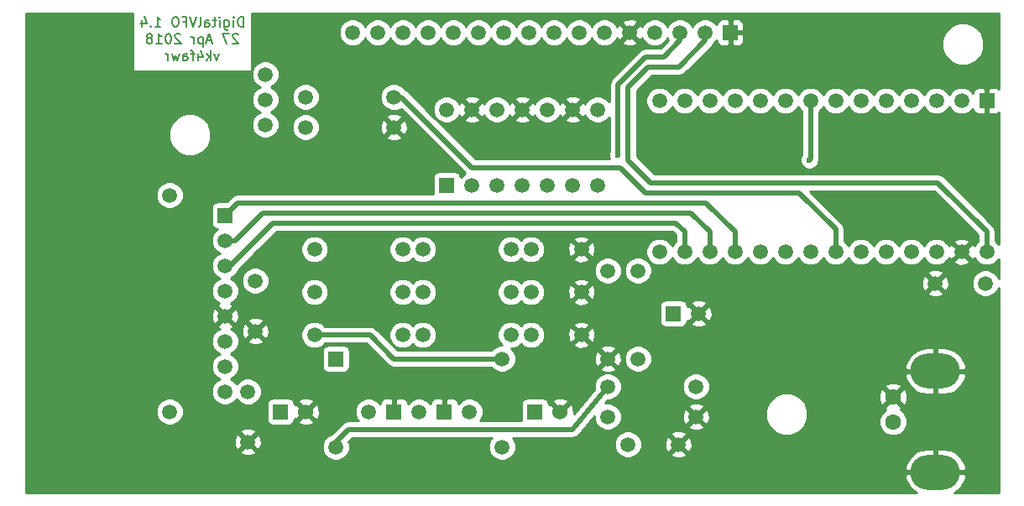
<source format=gbr>
G04 #@! TF.FileFunction,Copper,L2,Bot,Signal*
%FSLAX46Y46*%
G04 Gerber Fmt 4.6, Leading zero omitted, Abs format (unit mm)*
G04 Created by KiCad (PCBNEW 4.0.7) date 2018 April 27, Friday 09:59:32*
%MOMM*%
%LPD*%
G01*
G04 APERTURE LIST*
%ADD10C,0.100000*%
%ADD11C,0.200000*%
%ADD12C,1.500000*%
%ADD13R,1.500000X1.500000*%
%ADD14O,5.001260X3.500120*%
%ADD15C,1.600200*%
%ADD16C,1.524000*%
%ADD17R,1.524000X1.500000*%
%ADD18C,0.600000*%
%ADD19C,0.500000*%
%ADD20C,0.254000*%
G04 APERTURE END LIST*
D10*
D11*
X144080857Y-73428381D02*
X144080857Y-72428381D01*
X143842762Y-72428381D01*
X143699904Y-72476000D01*
X143604666Y-72571238D01*
X143557047Y-72666476D01*
X143509428Y-72856952D01*
X143509428Y-72999810D01*
X143557047Y-73190286D01*
X143604666Y-73285524D01*
X143699904Y-73380762D01*
X143842762Y-73428381D01*
X144080857Y-73428381D01*
X143080857Y-73428381D02*
X143080857Y-72761714D01*
X143080857Y-72428381D02*
X143128476Y-72476000D01*
X143080857Y-72523619D01*
X143033238Y-72476000D01*
X143080857Y-72428381D01*
X143080857Y-72523619D01*
X142176095Y-72761714D02*
X142176095Y-73571238D01*
X142223714Y-73666476D01*
X142271333Y-73714095D01*
X142366572Y-73761714D01*
X142509429Y-73761714D01*
X142604667Y-73714095D01*
X142176095Y-73380762D02*
X142271333Y-73428381D01*
X142461810Y-73428381D01*
X142557048Y-73380762D01*
X142604667Y-73333143D01*
X142652286Y-73237905D01*
X142652286Y-72952190D01*
X142604667Y-72856952D01*
X142557048Y-72809333D01*
X142461810Y-72761714D01*
X142271333Y-72761714D01*
X142176095Y-72809333D01*
X141699905Y-73428381D02*
X141699905Y-72761714D01*
X141699905Y-72428381D02*
X141747524Y-72476000D01*
X141699905Y-72523619D01*
X141652286Y-72476000D01*
X141699905Y-72428381D01*
X141699905Y-72523619D01*
X141366572Y-72761714D02*
X140985620Y-72761714D01*
X141223715Y-72428381D02*
X141223715Y-73285524D01*
X141176096Y-73380762D01*
X141080858Y-73428381D01*
X140985620Y-73428381D01*
X140223714Y-73428381D02*
X140223714Y-72904571D01*
X140271333Y-72809333D01*
X140366571Y-72761714D01*
X140557048Y-72761714D01*
X140652286Y-72809333D01*
X140223714Y-73380762D02*
X140318952Y-73428381D01*
X140557048Y-73428381D01*
X140652286Y-73380762D01*
X140699905Y-73285524D01*
X140699905Y-73190286D01*
X140652286Y-73095048D01*
X140557048Y-73047429D01*
X140318952Y-73047429D01*
X140223714Y-72999810D01*
X139604667Y-73428381D02*
X139699905Y-73380762D01*
X139747524Y-73285524D01*
X139747524Y-72428381D01*
X139366571Y-72428381D02*
X139033238Y-73428381D01*
X138699904Y-72428381D01*
X138033237Y-72904571D02*
X138366571Y-72904571D01*
X138366571Y-73428381D02*
X138366571Y-72428381D01*
X137890380Y-72428381D01*
X137318952Y-72428381D02*
X137128475Y-72428381D01*
X137033237Y-72476000D01*
X136937999Y-72571238D01*
X136890380Y-72761714D01*
X136890380Y-73095048D01*
X136937999Y-73285524D01*
X137033237Y-73380762D01*
X137128475Y-73428381D01*
X137318952Y-73428381D01*
X137414190Y-73380762D01*
X137509428Y-73285524D01*
X137557047Y-73095048D01*
X137557047Y-72761714D01*
X137509428Y-72571238D01*
X137414190Y-72476000D01*
X137318952Y-72428381D01*
X135176094Y-73428381D02*
X135747523Y-73428381D01*
X135461809Y-73428381D02*
X135461809Y-72428381D01*
X135557047Y-72571238D01*
X135652285Y-72666476D01*
X135747523Y-72714095D01*
X134747523Y-73333143D02*
X134699904Y-73380762D01*
X134747523Y-73428381D01*
X134795142Y-73380762D01*
X134747523Y-73333143D01*
X134747523Y-73428381D01*
X133842761Y-72761714D02*
X133842761Y-73428381D01*
X134080857Y-72380762D02*
X134318952Y-73095048D01*
X133699904Y-73095048D01*
X143557048Y-74223619D02*
X143509429Y-74176000D01*
X143414191Y-74128381D01*
X143176095Y-74128381D01*
X143080857Y-74176000D01*
X143033238Y-74223619D01*
X142985619Y-74318857D01*
X142985619Y-74414095D01*
X143033238Y-74556952D01*
X143604667Y-75128381D01*
X142985619Y-75128381D01*
X142652286Y-74128381D02*
X141985619Y-74128381D01*
X142414191Y-75128381D01*
X140890381Y-74842667D02*
X140414190Y-74842667D01*
X140985619Y-75128381D02*
X140652286Y-74128381D01*
X140318952Y-75128381D01*
X139985619Y-74461714D02*
X139985619Y-75461714D01*
X139985619Y-74509333D02*
X139890381Y-74461714D01*
X139699904Y-74461714D01*
X139604666Y-74509333D01*
X139557047Y-74556952D01*
X139509428Y-74652190D01*
X139509428Y-74937905D01*
X139557047Y-75033143D01*
X139604666Y-75080762D01*
X139699904Y-75128381D01*
X139890381Y-75128381D01*
X139985619Y-75080762D01*
X139080857Y-75128381D02*
X139080857Y-74461714D01*
X139080857Y-74652190D02*
X139033238Y-74556952D01*
X138985619Y-74509333D01*
X138890381Y-74461714D01*
X138795142Y-74461714D01*
X137747523Y-74223619D02*
X137699904Y-74176000D01*
X137604666Y-74128381D01*
X137366570Y-74128381D01*
X137271332Y-74176000D01*
X137223713Y-74223619D01*
X137176094Y-74318857D01*
X137176094Y-74414095D01*
X137223713Y-74556952D01*
X137795142Y-75128381D01*
X137176094Y-75128381D01*
X136557047Y-74128381D02*
X136461808Y-74128381D01*
X136366570Y-74176000D01*
X136318951Y-74223619D01*
X136271332Y-74318857D01*
X136223713Y-74509333D01*
X136223713Y-74747429D01*
X136271332Y-74937905D01*
X136318951Y-75033143D01*
X136366570Y-75080762D01*
X136461808Y-75128381D01*
X136557047Y-75128381D01*
X136652285Y-75080762D01*
X136699904Y-75033143D01*
X136747523Y-74937905D01*
X136795142Y-74747429D01*
X136795142Y-74509333D01*
X136747523Y-74318857D01*
X136699904Y-74223619D01*
X136652285Y-74176000D01*
X136557047Y-74128381D01*
X135271332Y-75128381D02*
X135842761Y-75128381D01*
X135557047Y-75128381D02*
X135557047Y-74128381D01*
X135652285Y-74271238D01*
X135747523Y-74366476D01*
X135842761Y-74414095D01*
X134699904Y-74556952D02*
X134795142Y-74509333D01*
X134842761Y-74461714D01*
X134890380Y-74366476D01*
X134890380Y-74318857D01*
X134842761Y-74223619D01*
X134795142Y-74176000D01*
X134699904Y-74128381D01*
X134509427Y-74128381D01*
X134414189Y-74176000D01*
X134366570Y-74223619D01*
X134318951Y-74318857D01*
X134318951Y-74366476D01*
X134366570Y-74461714D01*
X134414189Y-74509333D01*
X134509427Y-74556952D01*
X134699904Y-74556952D01*
X134795142Y-74604571D01*
X134842761Y-74652190D01*
X134890380Y-74747429D01*
X134890380Y-74937905D01*
X134842761Y-75033143D01*
X134795142Y-75080762D01*
X134699904Y-75128381D01*
X134509427Y-75128381D01*
X134414189Y-75080762D01*
X134366570Y-75033143D01*
X134318951Y-74937905D01*
X134318951Y-74747429D01*
X134366570Y-74652190D01*
X134414189Y-74604571D01*
X134509427Y-74556952D01*
X141628477Y-76161714D02*
X141390382Y-76828381D01*
X141152286Y-76161714D01*
X140771334Y-76828381D02*
X140771334Y-75828381D01*
X140676096Y-76447429D02*
X140390381Y-76828381D01*
X140390381Y-76161714D02*
X140771334Y-76542667D01*
X139533238Y-76161714D02*
X139533238Y-76828381D01*
X139771334Y-75780762D02*
X140009429Y-76495048D01*
X139390381Y-76495048D01*
X139152286Y-76161714D02*
X138771334Y-76161714D01*
X139009429Y-76828381D02*
X139009429Y-75971238D01*
X138961810Y-75876000D01*
X138866572Y-75828381D01*
X138771334Y-75828381D01*
X138009428Y-76828381D02*
X138009428Y-76304571D01*
X138057047Y-76209333D01*
X138152285Y-76161714D01*
X138342762Y-76161714D01*
X138438000Y-76209333D01*
X138009428Y-76780762D02*
X138104666Y-76828381D01*
X138342762Y-76828381D01*
X138438000Y-76780762D01*
X138485619Y-76685524D01*
X138485619Y-76590286D01*
X138438000Y-76495048D01*
X138342762Y-76447429D01*
X138104666Y-76447429D01*
X138009428Y-76399810D01*
X137628476Y-76161714D02*
X137438000Y-76828381D01*
X137247523Y-76352190D01*
X137057047Y-76828381D01*
X136866571Y-76161714D01*
X136485619Y-76828381D02*
X136485619Y-76161714D01*
X136485619Y-76352190D02*
X136438000Y-76256952D01*
X136390381Y-76209333D01*
X136295143Y-76161714D01*
X136199904Y-76161714D01*
D12*
X173101000Y-104521000D03*
X178181000Y-104521000D03*
X173101000Y-100203000D03*
X178181000Y-100203000D03*
X173101000Y-95885000D03*
X178181000Y-95885000D03*
X218948000Y-99314000D03*
X213868000Y-99314000D03*
X145288000Y-99060000D03*
X145288000Y-104140000D03*
X144526000Y-110236000D03*
X144526000Y-115316000D03*
D13*
X153416000Y-106934000D03*
D12*
X153416000Y-115824000D03*
X146304000Y-83312000D03*
X146304000Y-80772000D03*
X146304000Y-78232000D03*
X151257000Y-104521000D03*
X160147000Y-104521000D03*
X162179000Y-104521000D03*
X171069000Y-104521000D03*
X151257000Y-100203000D03*
X160147000Y-100203000D03*
X162179000Y-100203000D03*
X171069000Y-100203000D03*
X151257000Y-95885000D03*
X160147000Y-95885000D03*
X162179000Y-95885000D03*
X171069000Y-95885000D03*
X150368000Y-80518000D03*
X159258000Y-80518000D03*
X150368000Y-83566000D03*
X159258000Y-83566000D03*
X183896000Y-106934000D03*
X183896000Y-98044000D03*
X180848000Y-98044000D03*
X180848000Y-106934000D03*
X170180000Y-106934000D03*
X170180000Y-115824000D03*
D13*
X164592000Y-89408000D03*
D12*
X167132000Y-89408000D03*
X169672000Y-89408000D03*
X172212000Y-89408000D03*
X174752000Y-89408000D03*
X177292000Y-89408000D03*
X179832000Y-89408000D03*
X179832000Y-81788000D03*
X177292000Y-81788000D03*
X174752000Y-81788000D03*
X172212000Y-81788000D03*
X169672000Y-81788000D03*
X167132000Y-81788000D03*
X164592000Y-81788000D03*
X142240000Y-110236000D03*
X142240000Y-107696000D03*
X142240000Y-105156000D03*
X142240000Y-102616000D03*
X142240000Y-100076000D03*
X142240000Y-97536000D03*
X142240000Y-94996000D03*
D13*
X142240000Y-92456000D03*
X187452000Y-102362000D03*
D12*
X189992000Y-102362000D03*
D13*
X219075000Y-80899000D03*
D12*
X216535000Y-80899000D03*
X213995000Y-80899000D03*
X211455000Y-80899000D03*
X208915000Y-80899000D03*
X206375000Y-80899000D03*
X203835000Y-80899000D03*
X201295000Y-80899000D03*
X198755000Y-80899000D03*
X196215000Y-80899000D03*
X193675000Y-80899000D03*
X191135000Y-80899000D03*
X188595000Y-80899000D03*
X186055000Y-80899000D03*
X186055000Y-96139000D03*
X188595000Y-96139000D03*
X191135000Y-96139000D03*
X193675000Y-96139000D03*
X196215000Y-96139000D03*
X198755000Y-96139000D03*
X201295000Y-96139000D03*
X203835000Y-96139000D03*
X206375000Y-96139000D03*
X208915000Y-96139000D03*
X211455000Y-96139000D03*
X213995000Y-96139000D03*
X216535000Y-96139000D03*
X219075000Y-96139000D03*
X136652000Y-112268000D03*
X136652000Y-90424000D03*
D14*
X213893400Y-108186220D03*
X213893400Y-118384320D03*
D15*
X209628740Y-113284000D03*
X209628740Y-110784640D03*
D13*
X147828000Y-112268000D03*
D16*
X150368000Y-112268000D03*
D13*
X173482000Y-112268000D03*
D16*
X176022000Y-112268000D03*
D12*
X156718000Y-112268000D03*
D17*
X159258000Y-112268000D03*
D12*
X166878000Y-112268000D03*
D17*
X164338000Y-112268000D03*
D12*
X161798000Y-112268000D03*
X182880000Y-115570000D03*
X187960000Y-115570000D03*
X180848000Y-109728000D03*
X189738000Y-109728000D03*
X180848000Y-112776000D03*
X189738000Y-112776000D03*
D13*
X193205100Y-74015600D03*
D12*
X190665100Y-74015600D03*
X188125100Y-74015600D03*
X185585100Y-74015600D03*
X183045100Y-74015600D03*
X180505100Y-74015600D03*
X177965100Y-74015600D03*
X175425100Y-74015600D03*
X172885100Y-74015600D03*
X170345100Y-74015600D03*
X167805100Y-74015600D03*
X165265100Y-74015600D03*
X162725100Y-74015600D03*
X160185100Y-74015600D03*
X157645100Y-74015600D03*
X155105100Y-74015600D03*
D18*
X181864000Y-86360000D03*
X201168000Y-86868000D03*
D19*
X188125100Y-74015600D02*
X188125100Y-74841100D01*
X181864000Y-79248000D02*
X181864000Y-86360000D01*
X184658000Y-76454000D02*
X181864000Y-79248000D01*
X186512200Y-76454000D02*
X184658000Y-76454000D01*
X188125100Y-74841100D02*
X186512200Y-76454000D01*
X185166000Y-89154000D02*
X182880000Y-86868000D01*
X185166000Y-89154000D02*
X214122000Y-89154000D01*
X214122000Y-89154000D02*
X219075000Y-94107000D01*
X219075000Y-96139000D02*
X219075000Y-94107000D01*
X190665100Y-74841100D02*
X188036200Y-77470000D01*
X188036200Y-77470000D02*
X184912000Y-77470000D01*
X184912000Y-77470000D02*
X182880000Y-79502000D01*
X182880000Y-79502000D02*
X182880000Y-86868000D01*
X190665100Y-74841100D02*
X190665100Y-74015600D01*
X190665100Y-74015600D02*
X190652400Y-74015600D01*
X156718000Y-104521000D02*
X156845000Y-104521000D01*
X156845000Y-104521000D02*
X159258000Y-106934000D01*
X159258000Y-106934000D02*
X170180000Y-106934000D01*
X151257000Y-104521000D02*
X156718000Y-104521000D01*
X153416000Y-115824000D02*
X153416000Y-115316000D01*
X153416000Y-115316000D02*
X154686000Y-114046000D01*
X177249667Y-114046000D02*
X180848000Y-109728000D01*
X154686000Y-114046000D02*
X177249667Y-114046000D01*
X153416000Y-115824000D02*
X153416000Y-115570000D01*
X159258000Y-80518000D02*
X160020000Y-80518000D01*
X203835000Y-93853000D02*
X203835000Y-96139000D01*
X200152000Y-90170000D02*
X203835000Y-93853000D01*
X184658000Y-90170000D02*
X200152000Y-90170000D01*
X182118000Y-87630000D02*
X184658000Y-90170000D01*
X167132000Y-87630000D02*
X182118000Y-87630000D01*
X160020000Y-80518000D02*
X167132000Y-87630000D01*
X201295000Y-86741000D02*
X201295000Y-80899000D01*
X201168000Y-86868000D02*
X201295000Y-86741000D01*
X142240000Y-97536000D02*
X142748000Y-97536000D01*
X142748000Y-97536000D02*
X147066000Y-93218000D01*
X147066000Y-93218000D02*
X187706000Y-93218000D01*
X187706000Y-93218000D02*
X188595000Y-94107000D01*
X188595000Y-94107000D02*
X188595000Y-96139000D01*
X142240000Y-94996000D02*
X143256000Y-94996000D01*
X191135000Y-94107000D02*
X191135000Y-96139000D01*
X189230000Y-92202000D02*
X191135000Y-94107000D01*
X146050000Y-92202000D02*
X189230000Y-92202000D01*
X143256000Y-94996000D02*
X146050000Y-92202000D01*
X193675000Y-96139000D02*
X193675000Y-94107000D01*
X143510000Y-91186000D02*
X142240000Y-92456000D01*
X190754000Y-91186000D02*
X143510000Y-91186000D01*
X193675000Y-94107000D02*
X190754000Y-91186000D01*
D20*
G36*
X132922048Y-77911000D02*
X144937635Y-77911000D01*
X144919241Y-77955298D01*
X144918760Y-78506285D01*
X145129169Y-79015515D01*
X145518436Y-79405461D01*
X145750870Y-79501976D01*
X145520485Y-79597169D01*
X145130539Y-79986436D01*
X144919241Y-80495298D01*
X144918760Y-81046285D01*
X145129169Y-81555515D01*
X145518436Y-81945461D01*
X145750870Y-82041976D01*
X145520485Y-82137169D01*
X145130539Y-82526436D01*
X144919241Y-83035298D01*
X144918760Y-83586285D01*
X145129169Y-84095515D01*
X145518436Y-84485461D01*
X146027298Y-84696759D01*
X146578285Y-84697240D01*
X147087515Y-84486831D01*
X147477461Y-84097564D01*
X147584292Y-83840285D01*
X148982760Y-83840285D01*
X149193169Y-84349515D01*
X149582436Y-84739461D01*
X150091298Y-84950759D01*
X150642285Y-84951240D01*
X151151515Y-84740831D01*
X151355183Y-84537517D01*
X158466088Y-84537517D01*
X158534077Y-84778460D01*
X159053171Y-84963201D01*
X159603448Y-84935230D01*
X159981923Y-84778460D01*
X160049912Y-84537517D01*
X159258000Y-83745605D01*
X158466088Y-84537517D01*
X151355183Y-84537517D01*
X151541461Y-84351564D01*
X151752759Y-83842702D01*
X151753179Y-83361171D01*
X157860799Y-83361171D01*
X157888770Y-83911448D01*
X158045540Y-84289923D01*
X158286483Y-84357912D01*
X159078395Y-83566000D01*
X159437605Y-83566000D01*
X160229517Y-84357912D01*
X160470460Y-84289923D01*
X160655201Y-83770829D01*
X160627230Y-83220552D01*
X160470460Y-82842077D01*
X160229517Y-82774088D01*
X159437605Y-83566000D01*
X159078395Y-83566000D01*
X158286483Y-82774088D01*
X158045540Y-82842077D01*
X157860799Y-83361171D01*
X151753179Y-83361171D01*
X151753240Y-83291715D01*
X151542831Y-82782485D01*
X151355157Y-82594483D01*
X158466088Y-82594483D01*
X159258000Y-83386395D01*
X160049912Y-82594483D01*
X159981923Y-82353540D01*
X159462829Y-82168799D01*
X158912552Y-82196770D01*
X158534077Y-82353540D01*
X158466088Y-82594483D01*
X151355157Y-82594483D01*
X151153564Y-82392539D01*
X150644702Y-82181241D01*
X150093715Y-82180760D01*
X149584485Y-82391169D01*
X149194539Y-82780436D01*
X148983241Y-83289298D01*
X148982760Y-83840285D01*
X147584292Y-83840285D01*
X147688759Y-83588702D01*
X147689240Y-83037715D01*
X147478831Y-82528485D01*
X147089564Y-82138539D01*
X146857130Y-82042024D01*
X147087515Y-81946831D01*
X147477461Y-81557564D01*
X147688759Y-81048702D01*
X147688982Y-80792285D01*
X148982760Y-80792285D01*
X149193169Y-81301515D01*
X149582436Y-81691461D01*
X150091298Y-81902759D01*
X150642285Y-81903240D01*
X151151515Y-81692831D01*
X151541461Y-81303564D01*
X151752759Y-80794702D01*
X151753240Y-80243715D01*
X151542831Y-79734485D01*
X151153564Y-79344539D01*
X150644702Y-79133241D01*
X150093715Y-79132760D01*
X149584485Y-79343169D01*
X149194539Y-79732436D01*
X148983241Y-80241298D01*
X148982760Y-80792285D01*
X147688982Y-80792285D01*
X147689240Y-80497715D01*
X147478831Y-79988485D01*
X147089564Y-79598539D01*
X146857130Y-79502024D01*
X147087515Y-79406831D01*
X147477461Y-79017564D01*
X147688759Y-78508702D01*
X147689240Y-77957715D01*
X147478831Y-77448485D01*
X147089564Y-77058539D01*
X146580702Y-76847241D01*
X146029715Y-76846760D01*
X145520485Y-77057169D01*
X145130539Y-77446436D01*
X144953953Y-77871702D01*
X144953953Y-74289885D01*
X153719860Y-74289885D01*
X153930269Y-74799115D01*
X154319536Y-75189061D01*
X154828398Y-75400359D01*
X155379385Y-75400840D01*
X155888615Y-75190431D01*
X156278561Y-74801164D01*
X156375076Y-74568730D01*
X156470269Y-74799115D01*
X156859536Y-75189061D01*
X157368398Y-75400359D01*
X157919385Y-75400840D01*
X158428615Y-75190431D01*
X158818561Y-74801164D01*
X158915076Y-74568730D01*
X159010269Y-74799115D01*
X159399536Y-75189061D01*
X159908398Y-75400359D01*
X160459385Y-75400840D01*
X160968615Y-75190431D01*
X161358561Y-74801164D01*
X161455076Y-74568730D01*
X161550269Y-74799115D01*
X161939536Y-75189061D01*
X162448398Y-75400359D01*
X162999385Y-75400840D01*
X163508615Y-75190431D01*
X163898561Y-74801164D01*
X163995076Y-74568730D01*
X164090269Y-74799115D01*
X164479536Y-75189061D01*
X164988398Y-75400359D01*
X165539385Y-75400840D01*
X166048615Y-75190431D01*
X166438561Y-74801164D01*
X166535076Y-74568730D01*
X166630269Y-74799115D01*
X167019536Y-75189061D01*
X167528398Y-75400359D01*
X168079385Y-75400840D01*
X168588615Y-75190431D01*
X168978561Y-74801164D01*
X169075076Y-74568730D01*
X169170269Y-74799115D01*
X169559536Y-75189061D01*
X170068398Y-75400359D01*
X170619385Y-75400840D01*
X171128615Y-75190431D01*
X171518561Y-74801164D01*
X171615076Y-74568730D01*
X171710269Y-74799115D01*
X172099536Y-75189061D01*
X172608398Y-75400359D01*
X173159385Y-75400840D01*
X173668615Y-75190431D01*
X174058561Y-74801164D01*
X174155076Y-74568730D01*
X174250269Y-74799115D01*
X174639536Y-75189061D01*
X175148398Y-75400359D01*
X175699385Y-75400840D01*
X176208615Y-75190431D01*
X176598561Y-74801164D01*
X176695076Y-74568730D01*
X176790269Y-74799115D01*
X177179536Y-75189061D01*
X177688398Y-75400359D01*
X178239385Y-75400840D01*
X178748615Y-75190431D01*
X179138561Y-74801164D01*
X179235076Y-74568730D01*
X179330269Y-74799115D01*
X179719536Y-75189061D01*
X180228398Y-75400359D01*
X180779385Y-75400840D01*
X181288615Y-75190431D01*
X181492283Y-74987117D01*
X182253188Y-74987117D01*
X182321177Y-75228060D01*
X182840271Y-75412801D01*
X183390548Y-75384830D01*
X183769023Y-75228060D01*
X183837012Y-74987117D01*
X183045100Y-74195205D01*
X182253188Y-74987117D01*
X181492283Y-74987117D01*
X181678561Y-74801164D01*
X181768477Y-74584621D01*
X181832640Y-74739523D01*
X182073583Y-74807512D01*
X182865495Y-74015600D01*
X182073583Y-73223688D01*
X181832640Y-73291677D01*
X181773368Y-73458221D01*
X181679931Y-73232085D01*
X181492257Y-73044083D01*
X182253188Y-73044083D01*
X183045100Y-73835995D01*
X183837012Y-73044083D01*
X183769023Y-72803140D01*
X183249929Y-72618399D01*
X182699652Y-72646370D01*
X182321177Y-72803140D01*
X182253188Y-73044083D01*
X181492257Y-73044083D01*
X181290664Y-72842139D01*
X180781802Y-72630841D01*
X180230815Y-72630360D01*
X179721585Y-72840769D01*
X179331639Y-73230036D01*
X179235124Y-73462470D01*
X179139931Y-73232085D01*
X178750664Y-72842139D01*
X178241802Y-72630841D01*
X177690815Y-72630360D01*
X177181585Y-72840769D01*
X176791639Y-73230036D01*
X176695124Y-73462470D01*
X176599931Y-73232085D01*
X176210664Y-72842139D01*
X175701802Y-72630841D01*
X175150815Y-72630360D01*
X174641585Y-72840769D01*
X174251639Y-73230036D01*
X174155124Y-73462470D01*
X174059931Y-73232085D01*
X173670664Y-72842139D01*
X173161802Y-72630841D01*
X172610815Y-72630360D01*
X172101585Y-72840769D01*
X171711639Y-73230036D01*
X171615124Y-73462470D01*
X171519931Y-73232085D01*
X171130664Y-72842139D01*
X170621802Y-72630841D01*
X170070815Y-72630360D01*
X169561585Y-72840769D01*
X169171639Y-73230036D01*
X169075124Y-73462470D01*
X168979931Y-73232085D01*
X168590664Y-72842139D01*
X168081802Y-72630841D01*
X167530815Y-72630360D01*
X167021585Y-72840769D01*
X166631639Y-73230036D01*
X166535124Y-73462470D01*
X166439931Y-73232085D01*
X166050664Y-72842139D01*
X165541802Y-72630841D01*
X164990815Y-72630360D01*
X164481585Y-72840769D01*
X164091639Y-73230036D01*
X163995124Y-73462470D01*
X163899931Y-73232085D01*
X163510664Y-72842139D01*
X163001802Y-72630841D01*
X162450815Y-72630360D01*
X161941585Y-72840769D01*
X161551639Y-73230036D01*
X161455124Y-73462470D01*
X161359931Y-73232085D01*
X160970664Y-72842139D01*
X160461802Y-72630841D01*
X159910815Y-72630360D01*
X159401585Y-72840769D01*
X159011639Y-73230036D01*
X158915124Y-73462470D01*
X158819931Y-73232085D01*
X158430664Y-72842139D01*
X157921802Y-72630841D01*
X157370815Y-72630360D01*
X156861585Y-72840769D01*
X156471639Y-73230036D01*
X156375124Y-73462470D01*
X156279931Y-73232085D01*
X155890664Y-72842139D01*
X155381802Y-72630841D01*
X154830815Y-72630360D01*
X154321585Y-72840769D01*
X153931639Y-73230036D01*
X153720341Y-73738898D01*
X153719860Y-74289885D01*
X144953953Y-74289885D01*
X144953953Y-72084000D01*
X220270000Y-72084000D01*
X220270000Y-79695974D01*
X220184699Y-79610673D01*
X219951310Y-79514000D01*
X219360750Y-79514000D01*
X219202000Y-79672750D01*
X219202000Y-80772000D01*
X219222000Y-80772000D01*
X219222000Y-81026000D01*
X219202000Y-81026000D01*
X219202000Y-82125250D01*
X219360750Y-82284000D01*
X219951310Y-82284000D01*
X220184699Y-82187327D01*
X220270000Y-82102026D01*
X220270000Y-95404298D01*
X220249831Y-95355485D01*
X219960000Y-95065148D01*
X219960000Y-94107005D01*
X219960001Y-94107000D01*
X219892633Y-93768326D01*
X219892633Y-93768325D01*
X219700790Y-93481210D01*
X219700787Y-93481208D01*
X214747790Y-88528210D01*
X214610510Y-88436483D01*
X214460675Y-88336367D01*
X214404484Y-88325190D01*
X214122000Y-88268999D01*
X214121995Y-88269000D01*
X185532579Y-88269000D01*
X183765000Y-86501420D01*
X183765000Y-81173285D01*
X184669760Y-81173285D01*
X184880169Y-81682515D01*
X185269436Y-82072461D01*
X185778298Y-82283759D01*
X186329285Y-82284240D01*
X186838515Y-82073831D01*
X187228461Y-81684564D01*
X187324976Y-81452130D01*
X187420169Y-81682515D01*
X187809436Y-82072461D01*
X188318298Y-82283759D01*
X188869285Y-82284240D01*
X189378515Y-82073831D01*
X189768461Y-81684564D01*
X189864976Y-81452130D01*
X189960169Y-81682515D01*
X190349436Y-82072461D01*
X190858298Y-82283759D01*
X191409285Y-82284240D01*
X191918515Y-82073831D01*
X192308461Y-81684564D01*
X192404976Y-81452130D01*
X192500169Y-81682515D01*
X192889436Y-82072461D01*
X193398298Y-82283759D01*
X193949285Y-82284240D01*
X194458515Y-82073831D01*
X194848461Y-81684564D01*
X194944976Y-81452130D01*
X195040169Y-81682515D01*
X195429436Y-82072461D01*
X195938298Y-82283759D01*
X196489285Y-82284240D01*
X196998515Y-82073831D01*
X197388461Y-81684564D01*
X197484976Y-81452130D01*
X197580169Y-81682515D01*
X197969436Y-82072461D01*
X198478298Y-82283759D01*
X199029285Y-82284240D01*
X199538515Y-82073831D01*
X199928461Y-81684564D01*
X200024976Y-81452130D01*
X200120169Y-81682515D01*
X200410000Y-81972852D01*
X200410000Y-86303541D01*
X200375808Y-86337673D01*
X200233162Y-86681201D01*
X200232838Y-87053167D01*
X200374883Y-87396943D01*
X200637673Y-87660192D01*
X200981201Y-87802838D01*
X201353167Y-87803162D01*
X201696943Y-87661117D01*
X201960192Y-87398327D01*
X202059471Y-87159238D01*
X202112633Y-87079675D01*
X202150297Y-86890327D01*
X202180001Y-86741000D01*
X202180000Y-86740995D01*
X202180000Y-81972523D01*
X202468461Y-81684564D01*
X202564976Y-81452130D01*
X202660169Y-81682515D01*
X203049436Y-82072461D01*
X203558298Y-82283759D01*
X204109285Y-82284240D01*
X204618515Y-82073831D01*
X205008461Y-81684564D01*
X205104976Y-81452130D01*
X205200169Y-81682515D01*
X205589436Y-82072461D01*
X206098298Y-82283759D01*
X206649285Y-82284240D01*
X207158515Y-82073831D01*
X207548461Y-81684564D01*
X207644976Y-81452130D01*
X207740169Y-81682515D01*
X208129436Y-82072461D01*
X208638298Y-82283759D01*
X209189285Y-82284240D01*
X209698515Y-82073831D01*
X210088461Y-81684564D01*
X210184976Y-81452130D01*
X210280169Y-81682515D01*
X210669436Y-82072461D01*
X211178298Y-82283759D01*
X211729285Y-82284240D01*
X212238515Y-82073831D01*
X212628461Y-81684564D01*
X212724976Y-81452130D01*
X212820169Y-81682515D01*
X213209436Y-82072461D01*
X213718298Y-82283759D01*
X214269285Y-82284240D01*
X214778515Y-82073831D01*
X215168461Y-81684564D01*
X215264976Y-81452130D01*
X215360169Y-81682515D01*
X215749436Y-82072461D01*
X216258298Y-82283759D01*
X216809285Y-82284240D01*
X217318515Y-82073831D01*
X217690000Y-81702993D01*
X217690000Y-81775309D01*
X217786673Y-82008698D01*
X217965301Y-82187327D01*
X218198690Y-82284000D01*
X218789250Y-82284000D01*
X218948000Y-82125250D01*
X218948000Y-81026000D01*
X218928000Y-81026000D01*
X218928000Y-80772000D01*
X218948000Y-80772000D01*
X218948000Y-79672750D01*
X218789250Y-79514000D01*
X218198690Y-79514000D01*
X217965301Y-79610673D01*
X217786673Y-79789302D01*
X217690000Y-80022691D01*
X217690000Y-80095619D01*
X217320564Y-79725539D01*
X216811702Y-79514241D01*
X216260715Y-79513760D01*
X215751485Y-79724169D01*
X215361539Y-80113436D01*
X215265024Y-80345870D01*
X215169831Y-80115485D01*
X214780564Y-79725539D01*
X214271702Y-79514241D01*
X213720715Y-79513760D01*
X213211485Y-79724169D01*
X212821539Y-80113436D01*
X212725024Y-80345870D01*
X212629831Y-80115485D01*
X212240564Y-79725539D01*
X211731702Y-79514241D01*
X211180715Y-79513760D01*
X210671485Y-79724169D01*
X210281539Y-80113436D01*
X210185024Y-80345870D01*
X210089831Y-80115485D01*
X209700564Y-79725539D01*
X209191702Y-79514241D01*
X208640715Y-79513760D01*
X208131485Y-79724169D01*
X207741539Y-80113436D01*
X207645024Y-80345870D01*
X207549831Y-80115485D01*
X207160564Y-79725539D01*
X206651702Y-79514241D01*
X206100715Y-79513760D01*
X205591485Y-79724169D01*
X205201539Y-80113436D01*
X205105024Y-80345870D01*
X205009831Y-80115485D01*
X204620564Y-79725539D01*
X204111702Y-79514241D01*
X203560715Y-79513760D01*
X203051485Y-79724169D01*
X202661539Y-80113436D01*
X202565024Y-80345870D01*
X202469831Y-80115485D01*
X202080564Y-79725539D01*
X201571702Y-79514241D01*
X201020715Y-79513760D01*
X200511485Y-79724169D01*
X200121539Y-80113436D01*
X200025024Y-80345870D01*
X199929831Y-80115485D01*
X199540564Y-79725539D01*
X199031702Y-79514241D01*
X198480715Y-79513760D01*
X197971485Y-79724169D01*
X197581539Y-80113436D01*
X197485024Y-80345870D01*
X197389831Y-80115485D01*
X197000564Y-79725539D01*
X196491702Y-79514241D01*
X195940715Y-79513760D01*
X195431485Y-79724169D01*
X195041539Y-80113436D01*
X194945024Y-80345870D01*
X194849831Y-80115485D01*
X194460564Y-79725539D01*
X193951702Y-79514241D01*
X193400715Y-79513760D01*
X192891485Y-79724169D01*
X192501539Y-80113436D01*
X192405024Y-80345870D01*
X192309831Y-80115485D01*
X191920564Y-79725539D01*
X191411702Y-79514241D01*
X190860715Y-79513760D01*
X190351485Y-79724169D01*
X189961539Y-80113436D01*
X189865024Y-80345870D01*
X189769831Y-80115485D01*
X189380564Y-79725539D01*
X188871702Y-79514241D01*
X188320715Y-79513760D01*
X187811485Y-79724169D01*
X187421539Y-80113436D01*
X187325024Y-80345870D01*
X187229831Y-80115485D01*
X186840564Y-79725539D01*
X186331702Y-79514241D01*
X185780715Y-79513760D01*
X185271485Y-79724169D01*
X184881539Y-80113436D01*
X184670241Y-80622298D01*
X184669760Y-81173285D01*
X183765000Y-81173285D01*
X183765000Y-79868580D01*
X185278579Y-78355000D01*
X188036195Y-78355000D01*
X188036200Y-78355001D01*
X188318684Y-78298810D01*
X188374875Y-78287633D01*
X188661990Y-78095790D01*
X188661991Y-78095789D01*
X191150964Y-75606815D01*
X214526630Y-75606815D01*
X214850980Y-76391800D01*
X215451041Y-76992909D01*
X216235459Y-77318628D01*
X217084815Y-77319370D01*
X217869800Y-76995020D01*
X218470909Y-76394959D01*
X218796628Y-75610541D01*
X218797370Y-74761185D01*
X218473020Y-73976200D01*
X217872959Y-73375091D01*
X217088541Y-73049372D01*
X216239185Y-73048630D01*
X215454200Y-73372980D01*
X214853091Y-73973041D01*
X214527372Y-74757459D01*
X214526630Y-75606815D01*
X191150964Y-75606815D01*
X191290887Y-75466892D01*
X191290890Y-75466890D01*
X191482733Y-75179775D01*
X191488541Y-75150574D01*
X191820100Y-74819593D01*
X191820100Y-74891910D01*
X191916773Y-75125299D01*
X192095402Y-75303927D01*
X192328791Y-75400600D01*
X192919350Y-75400600D01*
X193078100Y-75241850D01*
X193078100Y-74142600D01*
X193332100Y-74142600D01*
X193332100Y-75241850D01*
X193490850Y-75400600D01*
X194081409Y-75400600D01*
X194314798Y-75303927D01*
X194493427Y-75125299D01*
X194590100Y-74891910D01*
X194590100Y-74301350D01*
X194431350Y-74142600D01*
X193332100Y-74142600D01*
X193078100Y-74142600D01*
X193058100Y-74142600D01*
X193058100Y-73888600D01*
X193078100Y-73888600D01*
X193078100Y-72789350D01*
X193332100Y-72789350D01*
X193332100Y-73888600D01*
X194431350Y-73888600D01*
X194590100Y-73729850D01*
X194590100Y-73139290D01*
X194493427Y-72905901D01*
X194314798Y-72727273D01*
X194081409Y-72630600D01*
X193490850Y-72630600D01*
X193332100Y-72789350D01*
X193078100Y-72789350D01*
X192919350Y-72630600D01*
X192328791Y-72630600D01*
X192095402Y-72727273D01*
X191916773Y-72905901D01*
X191820100Y-73139290D01*
X191820100Y-73212219D01*
X191450664Y-72842139D01*
X190941802Y-72630841D01*
X190390815Y-72630360D01*
X189881585Y-72840769D01*
X189491639Y-73230036D01*
X189395124Y-73462470D01*
X189299931Y-73232085D01*
X188910664Y-72842139D01*
X188401802Y-72630841D01*
X187850815Y-72630360D01*
X187341585Y-72840769D01*
X186951639Y-73230036D01*
X186855124Y-73462470D01*
X186759931Y-73232085D01*
X186370664Y-72842139D01*
X185861802Y-72630841D01*
X185310815Y-72630360D01*
X184801585Y-72840769D01*
X184411639Y-73230036D01*
X184321723Y-73446579D01*
X184257560Y-73291677D01*
X184016617Y-73223688D01*
X183224705Y-74015600D01*
X184016617Y-74807512D01*
X184257560Y-74739523D01*
X184316832Y-74572979D01*
X184410269Y-74799115D01*
X184799536Y-75189061D01*
X185308398Y-75400359D01*
X185859385Y-75400840D01*
X186368615Y-75190431D01*
X186758561Y-74801164D01*
X186855076Y-74568730D01*
X186940105Y-74774516D01*
X186145620Y-75569000D01*
X184658005Y-75569000D01*
X184658000Y-75568999D01*
X184375516Y-75625190D01*
X184319325Y-75636367D01*
X184032210Y-75828210D01*
X184032208Y-75828213D01*
X181238210Y-78622210D01*
X181046367Y-78909325D01*
X181046367Y-78909326D01*
X180978999Y-79248000D01*
X180979000Y-79248005D01*
X180979000Y-80976605D01*
X180617564Y-80614539D01*
X180108702Y-80403241D01*
X179557715Y-80402760D01*
X179048485Y-80613169D01*
X178658539Y-81002436D01*
X178568623Y-81218979D01*
X178504460Y-81064077D01*
X178263517Y-80996088D01*
X177471605Y-81788000D01*
X178263517Y-82579912D01*
X178504460Y-82511923D01*
X178563732Y-82345379D01*
X178657169Y-82571515D01*
X179046436Y-82961461D01*
X179555298Y-83172759D01*
X180106285Y-83173240D01*
X180615515Y-82962831D01*
X180979000Y-82599979D01*
X180979000Y-86053178D01*
X180929162Y-86173201D01*
X180928838Y-86545167D01*
X181011407Y-86745000D01*
X167498579Y-86745000D01*
X162815865Y-82062285D01*
X163206760Y-82062285D01*
X163417169Y-82571515D01*
X163806436Y-82961461D01*
X164315298Y-83172759D01*
X164866285Y-83173240D01*
X165375515Y-82962831D01*
X165579183Y-82759517D01*
X166340088Y-82759517D01*
X166408077Y-83000460D01*
X166927171Y-83185201D01*
X167477448Y-83157230D01*
X167855923Y-83000460D01*
X167923912Y-82759517D01*
X167132000Y-81967605D01*
X166340088Y-82759517D01*
X165579183Y-82759517D01*
X165765461Y-82573564D01*
X165855377Y-82357021D01*
X165919540Y-82511923D01*
X166160483Y-82579912D01*
X166952395Y-81788000D01*
X167311605Y-81788000D01*
X168103517Y-82579912D01*
X168344460Y-82511923D01*
X168403732Y-82345379D01*
X168497169Y-82571515D01*
X168886436Y-82961461D01*
X169395298Y-83172759D01*
X169946285Y-83173240D01*
X170455515Y-82962831D01*
X170659183Y-82759517D01*
X171420088Y-82759517D01*
X171488077Y-83000460D01*
X172007171Y-83185201D01*
X172557448Y-83157230D01*
X172935923Y-83000460D01*
X173003912Y-82759517D01*
X172212000Y-81967605D01*
X171420088Y-82759517D01*
X170659183Y-82759517D01*
X170845461Y-82573564D01*
X170935377Y-82357021D01*
X170999540Y-82511923D01*
X171240483Y-82579912D01*
X172032395Y-81788000D01*
X172391605Y-81788000D01*
X173183517Y-82579912D01*
X173424460Y-82511923D01*
X173483732Y-82345379D01*
X173577169Y-82571515D01*
X173966436Y-82961461D01*
X174475298Y-83172759D01*
X175026285Y-83173240D01*
X175535515Y-82962831D01*
X175739183Y-82759517D01*
X176500088Y-82759517D01*
X176568077Y-83000460D01*
X177087171Y-83185201D01*
X177637448Y-83157230D01*
X178015923Y-83000460D01*
X178083912Y-82759517D01*
X177292000Y-81967605D01*
X176500088Y-82759517D01*
X175739183Y-82759517D01*
X175925461Y-82573564D01*
X176015377Y-82357021D01*
X176079540Y-82511923D01*
X176320483Y-82579912D01*
X177112395Y-81788000D01*
X176320483Y-80996088D01*
X176079540Y-81064077D01*
X176020268Y-81230621D01*
X175926831Y-81004485D01*
X175739157Y-80816483D01*
X176500088Y-80816483D01*
X177292000Y-81608395D01*
X178083912Y-80816483D01*
X178015923Y-80575540D01*
X177496829Y-80390799D01*
X176946552Y-80418770D01*
X176568077Y-80575540D01*
X176500088Y-80816483D01*
X175739157Y-80816483D01*
X175537564Y-80614539D01*
X175028702Y-80403241D01*
X174477715Y-80402760D01*
X173968485Y-80613169D01*
X173578539Y-81002436D01*
X173488623Y-81218979D01*
X173424460Y-81064077D01*
X173183517Y-80996088D01*
X172391605Y-81788000D01*
X172032395Y-81788000D01*
X171240483Y-80996088D01*
X170999540Y-81064077D01*
X170940268Y-81230621D01*
X170846831Y-81004485D01*
X170659157Y-80816483D01*
X171420088Y-80816483D01*
X172212000Y-81608395D01*
X173003912Y-80816483D01*
X172935923Y-80575540D01*
X172416829Y-80390799D01*
X171866552Y-80418770D01*
X171488077Y-80575540D01*
X171420088Y-80816483D01*
X170659157Y-80816483D01*
X170457564Y-80614539D01*
X169948702Y-80403241D01*
X169397715Y-80402760D01*
X168888485Y-80613169D01*
X168498539Y-81002436D01*
X168408623Y-81218979D01*
X168344460Y-81064077D01*
X168103517Y-80996088D01*
X167311605Y-81788000D01*
X166952395Y-81788000D01*
X166160483Y-80996088D01*
X165919540Y-81064077D01*
X165860268Y-81230621D01*
X165766831Y-81004485D01*
X165579157Y-80816483D01*
X166340088Y-80816483D01*
X167132000Y-81608395D01*
X167923912Y-80816483D01*
X167855923Y-80575540D01*
X167336829Y-80390799D01*
X166786552Y-80418770D01*
X166408077Y-80575540D01*
X166340088Y-80816483D01*
X165579157Y-80816483D01*
X165377564Y-80614539D01*
X164868702Y-80403241D01*
X164317715Y-80402760D01*
X163808485Y-80613169D01*
X163418539Y-81002436D01*
X163207241Y-81511298D01*
X163206760Y-82062285D01*
X162815865Y-82062285D01*
X160645790Y-79892210D01*
X160441639Y-79755802D01*
X160432831Y-79734485D01*
X160043564Y-79344539D01*
X159534702Y-79133241D01*
X158983715Y-79132760D01*
X158474485Y-79343169D01*
X158084539Y-79732436D01*
X157873241Y-80241298D01*
X157872760Y-80792285D01*
X158083169Y-81301515D01*
X158472436Y-81691461D01*
X158981298Y-81902759D01*
X159532285Y-81903240D01*
X159971982Y-81721562D01*
X166444088Y-88193667D01*
X166348485Y-88233169D01*
X165978920Y-88602091D01*
X165945162Y-88422683D01*
X165806090Y-88206559D01*
X165593890Y-88061569D01*
X165342000Y-88010560D01*
X163842000Y-88010560D01*
X163606683Y-88054838D01*
X163390559Y-88193910D01*
X163245569Y-88406110D01*
X163194560Y-88658000D01*
X163194560Y-90158000D01*
X163221467Y-90301000D01*
X143510005Y-90301000D01*
X143510000Y-90300999D01*
X143171325Y-90368367D01*
X142884210Y-90560210D01*
X142884208Y-90560213D01*
X142385861Y-91058560D01*
X141490000Y-91058560D01*
X141254683Y-91102838D01*
X141038559Y-91241910D01*
X140893569Y-91454110D01*
X140842560Y-91706000D01*
X140842560Y-93206000D01*
X140886838Y-93441317D01*
X141025910Y-93657441D01*
X141238110Y-93802431D01*
X141435262Y-93842355D01*
X141066539Y-94210436D01*
X140855241Y-94719298D01*
X140854760Y-95270285D01*
X141065169Y-95779515D01*
X141454436Y-96169461D01*
X141686870Y-96265976D01*
X141456485Y-96361169D01*
X141066539Y-96750436D01*
X140855241Y-97259298D01*
X140854760Y-97810285D01*
X141065169Y-98319515D01*
X141454436Y-98709461D01*
X141686870Y-98805976D01*
X141456485Y-98901169D01*
X141066539Y-99290436D01*
X140855241Y-99799298D01*
X140854760Y-100350285D01*
X141065169Y-100859515D01*
X141454436Y-101249461D01*
X141670979Y-101339377D01*
X141516077Y-101403540D01*
X141448088Y-101644483D01*
X142240000Y-102436395D01*
X143031912Y-101644483D01*
X143022746Y-101612000D01*
X186054560Y-101612000D01*
X186054560Y-103112000D01*
X186098838Y-103347317D01*
X186237910Y-103563441D01*
X186450110Y-103708431D01*
X186702000Y-103759440D01*
X188202000Y-103759440D01*
X188437317Y-103715162D01*
X188653441Y-103576090D01*
X188798431Y-103363890D01*
X188804581Y-103333517D01*
X189200088Y-103333517D01*
X189268077Y-103574460D01*
X189787171Y-103759201D01*
X190337448Y-103731230D01*
X190715923Y-103574460D01*
X190783912Y-103333517D01*
X189992000Y-102541605D01*
X189200088Y-103333517D01*
X188804581Y-103333517D01*
X188849440Y-103112000D01*
X188849440Y-103105647D01*
X189020483Y-103153912D01*
X189812395Y-102362000D01*
X190171605Y-102362000D01*
X190963517Y-103153912D01*
X191204460Y-103085923D01*
X191389201Y-102566829D01*
X191361230Y-102016552D01*
X191204460Y-101638077D01*
X190963517Y-101570088D01*
X190171605Y-102362000D01*
X189812395Y-102362000D01*
X189020483Y-101570088D01*
X188849440Y-101618353D01*
X188849440Y-101612000D01*
X188807759Y-101390483D01*
X189200088Y-101390483D01*
X189992000Y-102182395D01*
X190783912Y-101390483D01*
X190715923Y-101149540D01*
X190196829Y-100964799D01*
X189646552Y-100992770D01*
X189268077Y-101149540D01*
X189200088Y-101390483D01*
X188807759Y-101390483D01*
X188805162Y-101376683D01*
X188666090Y-101160559D01*
X188453890Y-101015569D01*
X188202000Y-100964560D01*
X186702000Y-100964560D01*
X186466683Y-101008838D01*
X186250559Y-101147910D01*
X186105569Y-101360110D01*
X186054560Y-101612000D01*
X143022746Y-101612000D01*
X142963923Y-101403540D01*
X142797379Y-101344268D01*
X143023515Y-101250831D01*
X143413461Y-100861564D01*
X143573027Y-100477285D01*
X149871760Y-100477285D01*
X150082169Y-100986515D01*
X150471436Y-101376461D01*
X150980298Y-101587759D01*
X151531285Y-101588240D01*
X152040515Y-101377831D01*
X152430461Y-100988564D01*
X152641759Y-100479702D01*
X152641761Y-100477285D01*
X158761760Y-100477285D01*
X158972169Y-100986515D01*
X159361436Y-101376461D01*
X159870298Y-101587759D01*
X160421285Y-101588240D01*
X160930515Y-101377831D01*
X161163064Y-101145687D01*
X161393436Y-101376461D01*
X161902298Y-101587759D01*
X162453285Y-101588240D01*
X162962515Y-101377831D01*
X163352461Y-100988564D01*
X163563759Y-100479702D01*
X163563761Y-100477285D01*
X169683760Y-100477285D01*
X169894169Y-100986515D01*
X170283436Y-101376461D01*
X170792298Y-101587759D01*
X171343285Y-101588240D01*
X171852515Y-101377831D01*
X172085064Y-101145687D01*
X172315436Y-101376461D01*
X172824298Y-101587759D01*
X173375285Y-101588240D01*
X173884515Y-101377831D01*
X174088183Y-101174517D01*
X177389088Y-101174517D01*
X177457077Y-101415460D01*
X177976171Y-101600201D01*
X178526448Y-101572230D01*
X178904923Y-101415460D01*
X178972912Y-101174517D01*
X178181000Y-100382605D01*
X177389088Y-101174517D01*
X174088183Y-101174517D01*
X174274461Y-100988564D01*
X174485759Y-100479702D01*
X174486179Y-99998171D01*
X176783799Y-99998171D01*
X176811770Y-100548448D01*
X176968540Y-100926923D01*
X177209483Y-100994912D01*
X178001395Y-100203000D01*
X178360605Y-100203000D01*
X179152517Y-100994912D01*
X179393460Y-100926923D01*
X179578201Y-100407829D01*
X179571984Y-100285517D01*
X213076088Y-100285517D01*
X213144077Y-100526460D01*
X213663171Y-100711201D01*
X214213448Y-100683230D01*
X214591923Y-100526460D01*
X214659912Y-100285517D01*
X213868000Y-99493605D01*
X213076088Y-100285517D01*
X179571984Y-100285517D01*
X179550230Y-99857552D01*
X179393460Y-99479077D01*
X179152517Y-99411088D01*
X178360605Y-100203000D01*
X178001395Y-100203000D01*
X177209483Y-99411088D01*
X176968540Y-99479077D01*
X176783799Y-99998171D01*
X174486179Y-99998171D01*
X174486240Y-99928715D01*
X174275831Y-99419485D01*
X174088157Y-99231483D01*
X177389088Y-99231483D01*
X178181000Y-100023395D01*
X178972912Y-99231483D01*
X178904923Y-98990540D01*
X178385829Y-98805799D01*
X177835552Y-98833770D01*
X177457077Y-98990540D01*
X177389088Y-99231483D01*
X174088157Y-99231483D01*
X173886564Y-99029539D01*
X173377702Y-98818241D01*
X172826715Y-98817760D01*
X172317485Y-99028169D01*
X172084936Y-99260313D01*
X171854564Y-99029539D01*
X171345702Y-98818241D01*
X170794715Y-98817760D01*
X170285485Y-99028169D01*
X169895539Y-99417436D01*
X169684241Y-99926298D01*
X169683760Y-100477285D01*
X163563761Y-100477285D01*
X163564240Y-99928715D01*
X163353831Y-99419485D01*
X162964564Y-99029539D01*
X162455702Y-98818241D01*
X161904715Y-98817760D01*
X161395485Y-99028169D01*
X161162936Y-99260313D01*
X160932564Y-99029539D01*
X160423702Y-98818241D01*
X159872715Y-98817760D01*
X159363485Y-99028169D01*
X158973539Y-99417436D01*
X158762241Y-99926298D01*
X158761760Y-100477285D01*
X152641761Y-100477285D01*
X152642240Y-99928715D01*
X152431831Y-99419485D01*
X152042564Y-99029539D01*
X151533702Y-98818241D01*
X150982715Y-98817760D01*
X150473485Y-99028169D01*
X150083539Y-99417436D01*
X149872241Y-99926298D01*
X149871760Y-100477285D01*
X143573027Y-100477285D01*
X143624759Y-100352702D01*
X143625240Y-99801715D01*
X143432103Y-99334285D01*
X143902760Y-99334285D01*
X144113169Y-99843515D01*
X144502436Y-100233461D01*
X145011298Y-100444759D01*
X145562285Y-100445240D01*
X146071515Y-100234831D01*
X146461461Y-99845564D01*
X146672759Y-99336702D01*
X146673240Y-98785715D01*
X146480103Y-98318285D01*
X179462760Y-98318285D01*
X179673169Y-98827515D01*
X180062436Y-99217461D01*
X180571298Y-99428759D01*
X181122285Y-99429240D01*
X181631515Y-99218831D01*
X182021461Y-98829564D01*
X182232759Y-98320702D01*
X182232761Y-98318285D01*
X182510760Y-98318285D01*
X182721169Y-98827515D01*
X183110436Y-99217461D01*
X183619298Y-99428759D01*
X184170285Y-99429240D01*
X184679515Y-99218831D01*
X184789366Y-99109171D01*
X212470799Y-99109171D01*
X212498770Y-99659448D01*
X212655540Y-100037923D01*
X212896483Y-100105912D01*
X213688395Y-99314000D01*
X214047605Y-99314000D01*
X214839517Y-100105912D01*
X215080460Y-100037923D01*
X215265201Y-99518829D01*
X215237230Y-98968552D01*
X215080460Y-98590077D01*
X214839517Y-98522088D01*
X214047605Y-99314000D01*
X213688395Y-99314000D01*
X212896483Y-98522088D01*
X212655540Y-98590077D01*
X212470799Y-99109171D01*
X184789366Y-99109171D01*
X185069461Y-98829564D01*
X185271714Y-98342483D01*
X213076088Y-98342483D01*
X213868000Y-99134395D01*
X214659912Y-98342483D01*
X214591923Y-98101540D01*
X214072829Y-97916799D01*
X213522552Y-97944770D01*
X213144077Y-98101540D01*
X213076088Y-98342483D01*
X185271714Y-98342483D01*
X185280759Y-98320702D01*
X185281240Y-97769715D01*
X185070831Y-97260485D01*
X184681564Y-96870539D01*
X184172702Y-96659241D01*
X183621715Y-96658760D01*
X183112485Y-96869169D01*
X182722539Y-97258436D01*
X182511241Y-97767298D01*
X182510760Y-98318285D01*
X182232761Y-98318285D01*
X182233240Y-97769715D01*
X182022831Y-97260485D01*
X181633564Y-96870539D01*
X181124702Y-96659241D01*
X180573715Y-96658760D01*
X180064485Y-96869169D01*
X179674539Y-97258436D01*
X179463241Y-97767298D01*
X179462760Y-98318285D01*
X146480103Y-98318285D01*
X146462831Y-98276485D01*
X146073564Y-97886539D01*
X145564702Y-97675241D01*
X145013715Y-97674760D01*
X144504485Y-97885169D01*
X144114539Y-98274436D01*
X143903241Y-98783298D01*
X143902760Y-99334285D01*
X143432103Y-99334285D01*
X143414831Y-99292485D01*
X143025564Y-98902539D01*
X142793130Y-98806024D01*
X143023515Y-98710831D01*
X143413461Y-98321564D01*
X143555085Y-97980495D01*
X145376294Y-96159285D01*
X149871760Y-96159285D01*
X150082169Y-96668515D01*
X150471436Y-97058461D01*
X150980298Y-97269759D01*
X151531285Y-97270240D01*
X152040515Y-97059831D01*
X152430461Y-96670564D01*
X152641759Y-96161702D01*
X152641761Y-96159285D01*
X158761760Y-96159285D01*
X158972169Y-96668515D01*
X159361436Y-97058461D01*
X159870298Y-97269759D01*
X160421285Y-97270240D01*
X160930515Y-97059831D01*
X161163064Y-96827687D01*
X161393436Y-97058461D01*
X161902298Y-97269759D01*
X162453285Y-97270240D01*
X162962515Y-97059831D01*
X163352461Y-96670564D01*
X163563759Y-96161702D01*
X163563761Y-96159285D01*
X169683760Y-96159285D01*
X169894169Y-96668515D01*
X170283436Y-97058461D01*
X170792298Y-97269759D01*
X171343285Y-97270240D01*
X171852515Y-97059831D01*
X172085064Y-96827687D01*
X172315436Y-97058461D01*
X172824298Y-97269759D01*
X173375285Y-97270240D01*
X173884515Y-97059831D01*
X174088183Y-96856517D01*
X177389088Y-96856517D01*
X177457077Y-97097460D01*
X177976171Y-97282201D01*
X178526448Y-97254230D01*
X178904923Y-97097460D01*
X178972912Y-96856517D01*
X178181000Y-96064605D01*
X177389088Y-96856517D01*
X174088183Y-96856517D01*
X174274461Y-96670564D01*
X174485759Y-96161702D01*
X174486179Y-95680171D01*
X176783799Y-95680171D01*
X176811770Y-96230448D01*
X176968540Y-96608923D01*
X177209483Y-96676912D01*
X178001395Y-95885000D01*
X178360605Y-95885000D01*
X179152517Y-96676912D01*
X179393460Y-96608923D01*
X179578201Y-96089829D01*
X179550230Y-95539552D01*
X179393460Y-95161077D01*
X179152517Y-95093088D01*
X178360605Y-95885000D01*
X178001395Y-95885000D01*
X177209483Y-95093088D01*
X176968540Y-95161077D01*
X176783799Y-95680171D01*
X174486179Y-95680171D01*
X174486240Y-95610715D01*
X174275831Y-95101485D01*
X174088157Y-94913483D01*
X177389088Y-94913483D01*
X178181000Y-95705395D01*
X178972912Y-94913483D01*
X178904923Y-94672540D01*
X178385829Y-94487799D01*
X177835552Y-94515770D01*
X177457077Y-94672540D01*
X177389088Y-94913483D01*
X174088157Y-94913483D01*
X173886564Y-94711539D01*
X173377702Y-94500241D01*
X172826715Y-94499760D01*
X172317485Y-94710169D01*
X172084936Y-94942313D01*
X171854564Y-94711539D01*
X171345702Y-94500241D01*
X170794715Y-94499760D01*
X170285485Y-94710169D01*
X169895539Y-95099436D01*
X169684241Y-95608298D01*
X169683760Y-96159285D01*
X163563761Y-96159285D01*
X163564240Y-95610715D01*
X163353831Y-95101485D01*
X162964564Y-94711539D01*
X162455702Y-94500241D01*
X161904715Y-94499760D01*
X161395485Y-94710169D01*
X161162936Y-94942313D01*
X160932564Y-94711539D01*
X160423702Y-94500241D01*
X159872715Y-94499760D01*
X159363485Y-94710169D01*
X158973539Y-95099436D01*
X158762241Y-95608298D01*
X158761760Y-96159285D01*
X152641761Y-96159285D01*
X152642240Y-95610715D01*
X152431831Y-95101485D01*
X152042564Y-94711539D01*
X151533702Y-94500241D01*
X150982715Y-94499760D01*
X150473485Y-94710169D01*
X150083539Y-95099436D01*
X149872241Y-95608298D01*
X149871760Y-96159285D01*
X145376294Y-96159285D01*
X147432579Y-94103000D01*
X187339420Y-94103000D01*
X187710000Y-94473579D01*
X187710000Y-95065477D01*
X187421539Y-95353436D01*
X187325024Y-95585870D01*
X187229831Y-95355485D01*
X186840564Y-94965539D01*
X186331702Y-94754241D01*
X185780715Y-94753760D01*
X185271485Y-94964169D01*
X184881539Y-95353436D01*
X184670241Y-95862298D01*
X184669760Y-96413285D01*
X184880169Y-96922515D01*
X185269436Y-97312461D01*
X185778298Y-97523759D01*
X186329285Y-97524240D01*
X186838515Y-97313831D01*
X187228461Y-96924564D01*
X187324976Y-96692130D01*
X187420169Y-96922515D01*
X187809436Y-97312461D01*
X188318298Y-97523759D01*
X188869285Y-97524240D01*
X189378515Y-97313831D01*
X189768461Y-96924564D01*
X189864976Y-96692130D01*
X189960169Y-96922515D01*
X190349436Y-97312461D01*
X190858298Y-97523759D01*
X191409285Y-97524240D01*
X191918515Y-97313831D01*
X192308461Y-96924564D01*
X192404976Y-96692130D01*
X192500169Y-96922515D01*
X192889436Y-97312461D01*
X193398298Y-97523759D01*
X193949285Y-97524240D01*
X194458515Y-97313831D01*
X194848461Y-96924564D01*
X194944976Y-96692130D01*
X195040169Y-96922515D01*
X195429436Y-97312461D01*
X195938298Y-97523759D01*
X196489285Y-97524240D01*
X196998515Y-97313831D01*
X197388461Y-96924564D01*
X197484976Y-96692130D01*
X197580169Y-96922515D01*
X197969436Y-97312461D01*
X198478298Y-97523759D01*
X199029285Y-97524240D01*
X199538515Y-97313831D01*
X199928461Y-96924564D01*
X200024976Y-96692130D01*
X200120169Y-96922515D01*
X200509436Y-97312461D01*
X201018298Y-97523759D01*
X201569285Y-97524240D01*
X202078515Y-97313831D01*
X202468461Y-96924564D01*
X202564976Y-96692130D01*
X202660169Y-96922515D01*
X203049436Y-97312461D01*
X203558298Y-97523759D01*
X204109285Y-97524240D01*
X204618515Y-97313831D01*
X205008461Y-96924564D01*
X205104976Y-96692130D01*
X205200169Y-96922515D01*
X205589436Y-97312461D01*
X206098298Y-97523759D01*
X206649285Y-97524240D01*
X207158515Y-97313831D01*
X207548461Y-96924564D01*
X207644976Y-96692130D01*
X207740169Y-96922515D01*
X208129436Y-97312461D01*
X208638298Y-97523759D01*
X209189285Y-97524240D01*
X209698515Y-97313831D01*
X210088461Y-96924564D01*
X210184976Y-96692130D01*
X210280169Y-96922515D01*
X210669436Y-97312461D01*
X211178298Y-97523759D01*
X211729285Y-97524240D01*
X212238515Y-97313831D01*
X212628461Y-96924564D01*
X212724976Y-96692130D01*
X212820169Y-96922515D01*
X213209436Y-97312461D01*
X213718298Y-97523759D01*
X214269285Y-97524240D01*
X214778515Y-97313831D01*
X214982183Y-97110517D01*
X215743088Y-97110517D01*
X215811077Y-97351460D01*
X216330171Y-97536201D01*
X216880448Y-97508230D01*
X217258923Y-97351460D01*
X217326912Y-97110517D01*
X216535000Y-96318605D01*
X215743088Y-97110517D01*
X214982183Y-97110517D01*
X215168461Y-96924564D01*
X215258377Y-96708021D01*
X215322540Y-96862923D01*
X215563483Y-96930912D01*
X216355395Y-96139000D01*
X215563483Y-95347088D01*
X215322540Y-95415077D01*
X215263268Y-95581621D01*
X215169831Y-95355485D01*
X214982157Y-95167483D01*
X215743088Y-95167483D01*
X216535000Y-95959395D01*
X217326912Y-95167483D01*
X217258923Y-94926540D01*
X216739829Y-94741799D01*
X216189552Y-94769770D01*
X215811077Y-94926540D01*
X215743088Y-95167483D01*
X214982157Y-95167483D01*
X214780564Y-94965539D01*
X214271702Y-94754241D01*
X213720715Y-94753760D01*
X213211485Y-94964169D01*
X212821539Y-95353436D01*
X212725024Y-95585870D01*
X212629831Y-95355485D01*
X212240564Y-94965539D01*
X211731702Y-94754241D01*
X211180715Y-94753760D01*
X210671485Y-94964169D01*
X210281539Y-95353436D01*
X210185024Y-95585870D01*
X210089831Y-95355485D01*
X209700564Y-94965539D01*
X209191702Y-94754241D01*
X208640715Y-94753760D01*
X208131485Y-94964169D01*
X207741539Y-95353436D01*
X207645024Y-95585870D01*
X207549831Y-95355485D01*
X207160564Y-94965539D01*
X206651702Y-94754241D01*
X206100715Y-94753760D01*
X205591485Y-94964169D01*
X205201539Y-95353436D01*
X205105024Y-95585870D01*
X205009831Y-95355485D01*
X204720000Y-95065148D01*
X204720000Y-93853005D01*
X204720001Y-93853000D01*
X204652634Y-93514326D01*
X204536822Y-93341001D01*
X204460790Y-93227210D01*
X204460787Y-93227208D01*
X201272580Y-90039000D01*
X213755420Y-90039000D01*
X218190000Y-94473579D01*
X218190000Y-95065477D01*
X217901539Y-95353436D01*
X217811623Y-95569979D01*
X217747460Y-95415077D01*
X217506517Y-95347088D01*
X216714605Y-96139000D01*
X217506517Y-96930912D01*
X217747460Y-96862923D01*
X217806732Y-96696379D01*
X217900169Y-96922515D01*
X218289436Y-97312461D01*
X218798298Y-97523759D01*
X219349285Y-97524240D01*
X219858515Y-97313831D01*
X220248461Y-96924564D01*
X220270000Y-96872692D01*
X220270000Y-98886662D01*
X220122831Y-98530485D01*
X219733564Y-98140539D01*
X219224702Y-97929241D01*
X218673715Y-97928760D01*
X218164485Y-98139169D01*
X217774539Y-98528436D01*
X217563241Y-99037298D01*
X217562760Y-99588285D01*
X217773169Y-100097515D01*
X218162436Y-100487461D01*
X218671298Y-100698759D01*
X219222285Y-100699240D01*
X219731515Y-100488831D01*
X220121461Y-100099564D01*
X220270000Y-99741842D01*
X220270000Y-120448000D01*
X215795980Y-120448000D01*
X216420265Y-119981009D01*
X216896079Y-119179710D01*
X216976456Y-118882333D01*
X216866655Y-118511320D01*
X214020400Y-118511320D01*
X214020400Y-118531320D01*
X213766400Y-118531320D01*
X213766400Y-118511320D01*
X210920145Y-118511320D01*
X210810344Y-118882333D01*
X210890721Y-119179710D01*
X211366535Y-119981009D01*
X211990820Y-120448000D01*
X122122000Y-120448000D01*
X122122000Y-117886307D01*
X210810344Y-117886307D01*
X210920145Y-118257320D01*
X213766400Y-118257320D01*
X213766400Y-115999260D01*
X214020400Y-115999260D01*
X214020400Y-118257320D01*
X216866655Y-118257320D01*
X216976456Y-117886307D01*
X216896079Y-117588930D01*
X216420265Y-116787631D01*
X215674026Y-116229413D01*
X214770970Y-115999260D01*
X214020400Y-115999260D01*
X213766400Y-115999260D01*
X213015830Y-115999260D01*
X212112774Y-116229413D01*
X211366535Y-116787631D01*
X210890721Y-117588930D01*
X210810344Y-117886307D01*
X122122000Y-117886307D01*
X122122000Y-116287517D01*
X143734088Y-116287517D01*
X143802077Y-116528460D01*
X144321171Y-116713201D01*
X144871448Y-116685230D01*
X145249923Y-116528460D01*
X145317912Y-116287517D01*
X144526000Y-115495605D01*
X143734088Y-116287517D01*
X122122000Y-116287517D01*
X122122000Y-115111171D01*
X143128799Y-115111171D01*
X143156770Y-115661448D01*
X143313540Y-116039923D01*
X143554483Y-116107912D01*
X144346395Y-115316000D01*
X144705605Y-115316000D01*
X145497517Y-116107912D01*
X145531633Y-116098285D01*
X152030760Y-116098285D01*
X152241169Y-116607515D01*
X152630436Y-116997461D01*
X153139298Y-117208759D01*
X153690285Y-117209240D01*
X154199515Y-116998831D01*
X154589461Y-116609564D01*
X154800759Y-116100702D01*
X154801240Y-115549715D01*
X154693826Y-115289753D01*
X155052579Y-114931000D01*
X169114162Y-114931000D01*
X169006539Y-115038436D01*
X168795241Y-115547298D01*
X168794760Y-116098285D01*
X169005169Y-116607515D01*
X169394436Y-116997461D01*
X169903298Y-117208759D01*
X170454285Y-117209240D01*
X170963515Y-116998831D01*
X171353461Y-116609564D01*
X171564759Y-116100702D01*
X171564982Y-115844285D01*
X181494760Y-115844285D01*
X181705169Y-116353515D01*
X182094436Y-116743461D01*
X182603298Y-116954759D01*
X183154285Y-116955240D01*
X183663515Y-116744831D01*
X183867183Y-116541517D01*
X187168088Y-116541517D01*
X187236077Y-116782460D01*
X187755171Y-116967201D01*
X188305448Y-116939230D01*
X188683923Y-116782460D01*
X188751912Y-116541517D01*
X187960000Y-115749605D01*
X187168088Y-116541517D01*
X183867183Y-116541517D01*
X184053461Y-116355564D01*
X184264759Y-115846702D01*
X184265179Y-115365171D01*
X186562799Y-115365171D01*
X186590770Y-115915448D01*
X186747540Y-116293923D01*
X186988483Y-116361912D01*
X187780395Y-115570000D01*
X188139605Y-115570000D01*
X188931517Y-116361912D01*
X189172460Y-116293923D01*
X189357201Y-115774829D01*
X189329230Y-115224552D01*
X189172460Y-114846077D01*
X188931517Y-114778088D01*
X188139605Y-115570000D01*
X187780395Y-115570000D01*
X186988483Y-114778088D01*
X186747540Y-114846077D01*
X186562799Y-115365171D01*
X184265179Y-115365171D01*
X184265240Y-115295715D01*
X184054831Y-114786485D01*
X183867157Y-114598483D01*
X187168088Y-114598483D01*
X187960000Y-115390395D01*
X188751912Y-114598483D01*
X188683923Y-114357540D01*
X188164829Y-114172799D01*
X187614552Y-114200770D01*
X187236077Y-114357540D01*
X187168088Y-114598483D01*
X183867157Y-114598483D01*
X183665564Y-114396539D01*
X183156702Y-114185241D01*
X182605715Y-114184760D01*
X182096485Y-114395169D01*
X181706539Y-114784436D01*
X181495241Y-115293298D01*
X181494760Y-115844285D01*
X171564982Y-115844285D01*
X171565240Y-115549715D01*
X171354831Y-115040485D01*
X171245537Y-114931000D01*
X177249667Y-114931000D01*
X177289451Y-114923086D01*
X177329791Y-114927366D01*
X177457625Y-114889634D01*
X177588342Y-114863633D01*
X177622071Y-114841096D01*
X177660976Y-114829613D01*
X177764632Y-114745840D01*
X177875457Y-114671790D01*
X177897995Y-114638060D01*
X177929543Y-114612563D01*
X179463003Y-112772411D01*
X179462760Y-113050285D01*
X179673169Y-113559515D01*
X180062436Y-113949461D01*
X180571298Y-114160759D01*
X181122285Y-114161240D01*
X181631515Y-113950831D01*
X181835183Y-113747517D01*
X188946088Y-113747517D01*
X189014077Y-113988460D01*
X189533171Y-114173201D01*
X190083448Y-114145230D01*
X190461923Y-113988460D01*
X190529912Y-113747517D01*
X189738000Y-112955605D01*
X188946088Y-113747517D01*
X181835183Y-113747517D01*
X182021461Y-113561564D01*
X182232759Y-113052702D01*
X182233179Y-112571171D01*
X188340799Y-112571171D01*
X188368770Y-113121448D01*
X188525540Y-113499923D01*
X188766483Y-113567912D01*
X189558395Y-112776000D01*
X189917605Y-112776000D01*
X190709517Y-113567912D01*
X190950460Y-113499923D01*
X191135201Y-112980829D01*
X191133371Y-112944815D01*
X196746630Y-112944815D01*
X197070980Y-113729800D01*
X197671041Y-114330909D01*
X198455459Y-114656628D01*
X199304815Y-114657370D01*
X200089800Y-114333020D01*
X200690909Y-113732959D01*
X200759320Y-113568207D01*
X208193392Y-113568207D01*
X208411412Y-114095857D01*
X208814760Y-114499909D01*
X209342029Y-114718850D01*
X209912947Y-114719348D01*
X210440597Y-114501328D01*
X210844649Y-114097980D01*
X211063590Y-113570711D01*
X211064088Y-112999793D01*
X210846068Y-112472143D01*
X210442720Y-112068091D01*
X210377229Y-112040897D01*
X210382805Y-112038587D01*
X210456952Y-111792457D01*
X209628740Y-110964245D01*
X208800528Y-111792457D01*
X208874675Y-112038587D01*
X208880119Y-112040544D01*
X208816883Y-112066672D01*
X208412831Y-112470020D01*
X208193890Y-112997289D01*
X208193392Y-113568207D01*
X200759320Y-113568207D01*
X201016628Y-112948541D01*
X201017370Y-112099185D01*
X200693020Y-111314200D01*
X200092959Y-110713091D01*
X199743156Y-110567840D01*
X208181676Y-110567840D01*
X208208861Y-111138110D01*
X208374793Y-111538705D01*
X208620923Y-111612852D01*
X209449135Y-110784640D01*
X209808345Y-110784640D01*
X210636557Y-111612852D01*
X210882687Y-111538705D01*
X211075804Y-111001440D01*
X211048619Y-110431170D01*
X210882687Y-110030575D01*
X210636557Y-109956428D01*
X209808345Y-110784640D01*
X209449135Y-110784640D01*
X208620923Y-109956428D01*
X208374793Y-110030575D01*
X208181676Y-110567840D01*
X199743156Y-110567840D01*
X199308541Y-110387372D01*
X198459185Y-110386630D01*
X197674200Y-110710980D01*
X197073091Y-111311041D01*
X196747372Y-112095459D01*
X196746630Y-112944815D01*
X191133371Y-112944815D01*
X191107230Y-112430552D01*
X190950460Y-112052077D01*
X190709517Y-111984088D01*
X189917605Y-112776000D01*
X189558395Y-112776000D01*
X188766483Y-111984088D01*
X188525540Y-112052077D01*
X188340799Y-112571171D01*
X182233179Y-112571171D01*
X182233240Y-112501715D01*
X182022831Y-111992485D01*
X181835157Y-111804483D01*
X188946088Y-111804483D01*
X189738000Y-112596395D01*
X190529912Y-111804483D01*
X190461923Y-111563540D01*
X189942829Y-111378799D01*
X189392552Y-111406770D01*
X189014077Y-111563540D01*
X188946088Y-111804483D01*
X181835157Y-111804483D01*
X181633564Y-111602539D01*
X181124702Y-111391241D01*
X180614349Y-111390795D01*
X180845846Y-111112999D01*
X181122285Y-111113240D01*
X181631515Y-110902831D01*
X182021461Y-110513564D01*
X182232759Y-110004702D01*
X182232761Y-110002285D01*
X188352760Y-110002285D01*
X188563169Y-110511515D01*
X188952436Y-110901461D01*
X189461298Y-111112759D01*
X190012285Y-111113240D01*
X190521515Y-110902831D01*
X190911461Y-110513564D01*
X191122759Y-110004702D01*
X191122957Y-109776823D01*
X208800528Y-109776823D01*
X209628740Y-110605035D01*
X210456952Y-109776823D01*
X210382805Y-109530693D01*
X209845540Y-109337576D01*
X209275270Y-109364761D01*
X208874675Y-109530693D01*
X208800528Y-109776823D01*
X191122957Y-109776823D01*
X191123240Y-109453715D01*
X190912831Y-108944485D01*
X190653033Y-108684233D01*
X210810344Y-108684233D01*
X210890721Y-108981610D01*
X211366535Y-109782909D01*
X212112774Y-110341127D01*
X213015830Y-110571280D01*
X213766400Y-110571280D01*
X213766400Y-108313220D01*
X214020400Y-108313220D01*
X214020400Y-110571280D01*
X214770970Y-110571280D01*
X215674026Y-110341127D01*
X216420265Y-109782909D01*
X216896079Y-108981610D01*
X216976456Y-108684233D01*
X216866655Y-108313220D01*
X214020400Y-108313220D01*
X213766400Y-108313220D01*
X210920145Y-108313220D01*
X210810344Y-108684233D01*
X190653033Y-108684233D01*
X190523564Y-108554539D01*
X190014702Y-108343241D01*
X189463715Y-108342760D01*
X188954485Y-108553169D01*
X188564539Y-108942436D01*
X188353241Y-109451298D01*
X188352760Y-110002285D01*
X182232761Y-110002285D01*
X182233240Y-109453715D01*
X182022831Y-108944485D01*
X181633564Y-108554539D01*
X181124702Y-108343241D01*
X180573715Y-108342760D01*
X180064485Y-108553169D01*
X179674539Y-108942436D01*
X179463241Y-109451298D01*
X179462760Y-110002285D01*
X179464304Y-110006021D01*
X177429733Y-112447507D01*
X177403362Y-111920632D01*
X177244397Y-111536857D01*
X177002213Y-111467392D01*
X176201605Y-112268000D01*
X176215748Y-112282143D01*
X176036143Y-112461748D01*
X176022000Y-112447605D01*
X176007858Y-112461748D01*
X175828253Y-112282143D01*
X175842395Y-112268000D01*
X175041787Y-111467392D01*
X174878718Y-111514165D01*
X174836123Y-111287787D01*
X175221392Y-111287787D01*
X176022000Y-112088395D01*
X176822608Y-111287787D01*
X176753143Y-111045603D01*
X176229698Y-110858856D01*
X175674632Y-110886638D01*
X175290857Y-111045603D01*
X175221392Y-111287787D01*
X174836123Y-111287787D01*
X174835162Y-111282683D01*
X174696090Y-111066559D01*
X174483890Y-110921569D01*
X174232000Y-110870560D01*
X172732000Y-110870560D01*
X172496683Y-110914838D01*
X172280559Y-111053910D01*
X172135569Y-111266110D01*
X172084560Y-111518000D01*
X172084560Y-113018000D01*
X172111467Y-113161000D01*
X167943838Y-113161000D01*
X168051461Y-113053564D01*
X168262759Y-112544702D01*
X168263240Y-111993715D01*
X168052831Y-111484485D01*
X167663564Y-111094539D01*
X167154702Y-110883241D01*
X166603715Y-110882760D01*
X166094485Y-111093169D01*
X165735000Y-111452028D01*
X165735000Y-111391691D01*
X165638327Y-111158302D01*
X165459699Y-110979673D01*
X165226310Y-110883000D01*
X164623750Y-110883000D01*
X164465000Y-111041750D01*
X164465000Y-112141000D01*
X164485000Y-112141000D01*
X164485000Y-112395000D01*
X164465000Y-112395000D01*
X164465000Y-112415000D01*
X164211000Y-112415000D01*
X164211000Y-112395000D01*
X164191000Y-112395000D01*
X164191000Y-112141000D01*
X164211000Y-112141000D01*
X164211000Y-111041750D01*
X164052250Y-110883000D01*
X163449690Y-110883000D01*
X163216301Y-110979673D01*
X163037673Y-111158302D01*
X162941000Y-111391691D01*
X162941000Y-111452598D01*
X162583564Y-111094539D01*
X162074702Y-110883241D01*
X161523715Y-110882760D01*
X161014485Y-111093169D01*
X160655000Y-111452028D01*
X160655000Y-111391691D01*
X160558327Y-111158302D01*
X160379699Y-110979673D01*
X160146310Y-110883000D01*
X159543750Y-110883000D01*
X159385000Y-111041750D01*
X159385000Y-112141000D01*
X159405000Y-112141000D01*
X159405000Y-112395000D01*
X159385000Y-112395000D01*
X159385000Y-112415000D01*
X159131000Y-112415000D01*
X159131000Y-112395000D01*
X159111000Y-112395000D01*
X159111000Y-112141000D01*
X159131000Y-112141000D01*
X159131000Y-111041750D01*
X158972250Y-110883000D01*
X158369690Y-110883000D01*
X158136301Y-110979673D01*
X157957673Y-111158302D01*
X157861000Y-111391691D01*
X157861000Y-111452598D01*
X157503564Y-111094539D01*
X156994702Y-110883241D01*
X156443715Y-110882760D01*
X155934485Y-111093169D01*
X155544539Y-111482436D01*
X155333241Y-111991298D01*
X155332760Y-112542285D01*
X155543169Y-113051515D01*
X155652463Y-113161000D01*
X154686005Y-113161000D01*
X154686000Y-113160999D01*
X154347325Y-113228367D01*
X154060210Y-113420210D01*
X154060208Y-113420213D01*
X152971208Y-114509212D01*
X152632485Y-114649169D01*
X152242539Y-115038436D01*
X152031241Y-115547298D01*
X152030760Y-116098285D01*
X145531633Y-116098285D01*
X145738460Y-116039923D01*
X145923201Y-115520829D01*
X145895230Y-114970552D01*
X145738460Y-114592077D01*
X145497517Y-114524088D01*
X144705605Y-115316000D01*
X144346395Y-115316000D01*
X143554483Y-114524088D01*
X143313540Y-114592077D01*
X143128799Y-115111171D01*
X122122000Y-115111171D01*
X122122000Y-114344483D01*
X143734088Y-114344483D01*
X144526000Y-115136395D01*
X145317912Y-114344483D01*
X145249923Y-114103540D01*
X144730829Y-113918799D01*
X144180552Y-113946770D01*
X143802077Y-114103540D01*
X143734088Y-114344483D01*
X122122000Y-114344483D01*
X122122000Y-112542285D01*
X135266760Y-112542285D01*
X135477169Y-113051515D01*
X135866436Y-113441461D01*
X136375298Y-113652759D01*
X136926285Y-113653240D01*
X137435515Y-113442831D01*
X137825461Y-113053564D01*
X138036759Y-112544702D01*
X138037240Y-111993715D01*
X137826831Y-111484485D01*
X137437564Y-111094539D01*
X136928702Y-110883241D01*
X136377715Y-110882760D01*
X135868485Y-111093169D01*
X135478539Y-111482436D01*
X135267241Y-111991298D01*
X135266760Y-112542285D01*
X122122000Y-112542285D01*
X122122000Y-105430285D01*
X140854760Y-105430285D01*
X141065169Y-105939515D01*
X141454436Y-106329461D01*
X141686870Y-106425976D01*
X141456485Y-106521169D01*
X141066539Y-106910436D01*
X140855241Y-107419298D01*
X140854760Y-107970285D01*
X141065169Y-108479515D01*
X141454436Y-108869461D01*
X141686870Y-108965976D01*
X141456485Y-109061169D01*
X141066539Y-109450436D01*
X140855241Y-109959298D01*
X140854760Y-110510285D01*
X141065169Y-111019515D01*
X141454436Y-111409461D01*
X141963298Y-111620759D01*
X142514285Y-111621240D01*
X143023515Y-111410831D01*
X143383285Y-111051687D01*
X143740436Y-111409461D01*
X144249298Y-111620759D01*
X144800285Y-111621240D01*
X145050145Y-111518000D01*
X146430560Y-111518000D01*
X146430560Y-113018000D01*
X146474838Y-113253317D01*
X146613910Y-113469441D01*
X146826110Y-113614431D01*
X147078000Y-113665440D01*
X148578000Y-113665440D01*
X148813317Y-113621162D01*
X149029441Y-113482090D01*
X149174431Y-113269890D01*
X149178820Y-113248213D01*
X149567392Y-113248213D01*
X149636857Y-113490397D01*
X150160302Y-113677144D01*
X150715368Y-113649362D01*
X151099143Y-113490397D01*
X151168608Y-113248213D01*
X150368000Y-112447605D01*
X149567392Y-113248213D01*
X149178820Y-113248213D01*
X149224666Y-113021821D01*
X149387787Y-113068608D01*
X150188395Y-112268000D01*
X150547605Y-112268000D01*
X151348213Y-113068608D01*
X151590397Y-112999143D01*
X151777144Y-112475698D01*
X151749362Y-111920632D01*
X151590397Y-111536857D01*
X151348213Y-111467392D01*
X150547605Y-112268000D01*
X150188395Y-112268000D01*
X149387787Y-111467392D01*
X149224718Y-111514165D01*
X149182123Y-111287787D01*
X149567392Y-111287787D01*
X150368000Y-112088395D01*
X151168608Y-111287787D01*
X151099143Y-111045603D01*
X150575698Y-110858856D01*
X150020632Y-110886638D01*
X149636857Y-111045603D01*
X149567392Y-111287787D01*
X149182123Y-111287787D01*
X149181162Y-111282683D01*
X149042090Y-111066559D01*
X148829890Y-110921569D01*
X148578000Y-110870560D01*
X147078000Y-110870560D01*
X146842683Y-110914838D01*
X146626559Y-111053910D01*
X146481569Y-111266110D01*
X146430560Y-111518000D01*
X145050145Y-111518000D01*
X145309515Y-111410831D01*
X145699461Y-111021564D01*
X145910759Y-110512702D01*
X145911240Y-109961715D01*
X145700831Y-109452485D01*
X145311564Y-109062539D01*
X144802702Y-108851241D01*
X144251715Y-108850760D01*
X143742485Y-109061169D01*
X143382715Y-109420313D01*
X143025564Y-109062539D01*
X142793130Y-108966024D01*
X143023515Y-108870831D01*
X143413461Y-108481564D01*
X143624759Y-107972702D01*
X143625240Y-107421715D01*
X143414831Y-106912485D01*
X143025564Y-106522539D01*
X142793130Y-106426024D01*
X143023515Y-106330831D01*
X143170602Y-106184000D01*
X152018560Y-106184000D01*
X152018560Y-107684000D01*
X152062838Y-107919317D01*
X152201910Y-108135441D01*
X152414110Y-108280431D01*
X152666000Y-108331440D01*
X154166000Y-108331440D01*
X154401317Y-108287162D01*
X154617441Y-108148090D01*
X154762431Y-107935890D01*
X154813440Y-107684000D01*
X154813440Y-106184000D01*
X154769162Y-105948683D01*
X154630090Y-105732559D01*
X154417890Y-105587569D01*
X154166000Y-105536560D01*
X152666000Y-105536560D01*
X152430683Y-105580838D01*
X152214559Y-105719910D01*
X152069569Y-105932110D01*
X152018560Y-106184000D01*
X143170602Y-106184000D01*
X143413461Y-105941564D01*
X143624759Y-105432702D01*
X143625039Y-105111517D01*
X144496088Y-105111517D01*
X144564077Y-105352460D01*
X145083171Y-105537201D01*
X145633448Y-105509230D01*
X146011923Y-105352460D01*
X146079912Y-105111517D01*
X145288000Y-104319605D01*
X144496088Y-105111517D01*
X143625039Y-105111517D01*
X143625240Y-104881715D01*
X143414831Y-104372485D01*
X143025564Y-103982539D01*
X142911489Y-103935171D01*
X143890799Y-103935171D01*
X143918770Y-104485448D01*
X144075540Y-104863923D01*
X144316483Y-104931912D01*
X145108395Y-104140000D01*
X145467605Y-104140000D01*
X146259517Y-104931912D01*
X146500460Y-104863923D01*
X146524887Y-104795285D01*
X149871760Y-104795285D01*
X150082169Y-105304515D01*
X150471436Y-105694461D01*
X150980298Y-105905759D01*
X151531285Y-105906240D01*
X152040515Y-105695831D01*
X152330852Y-105406000D01*
X156478420Y-105406000D01*
X158632208Y-107559787D01*
X158632210Y-107559790D01*
X158824401Y-107688207D01*
X158919325Y-107751633D01*
X159258000Y-107819000D01*
X169106477Y-107819000D01*
X169394436Y-108107461D01*
X169903298Y-108318759D01*
X170454285Y-108319240D01*
X170963515Y-108108831D01*
X171167183Y-107905517D01*
X180056088Y-107905517D01*
X180124077Y-108146460D01*
X180643171Y-108331201D01*
X181193448Y-108303230D01*
X181571923Y-108146460D01*
X181639912Y-107905517D01*
X180848000Y-107113605D01*
X180056088Y-107905517D01*
X171167183Y-107905517D01*
X171353461Y-107719564D01*
X171564759Y-107210702D01*
X171565179Y-106729171D01*
X179450799Y-106729171D01*
X179478770Y-107279448D01*
X179635540Y-107657923D01*
X179876483Y-107725912D01*
X180668395Y-106934000D01*
X181027605Y-106934000D01*
X181819517Y-107725912D01*
X182060460Y-107657923D01*
X182220482Y-107208285D01*
X182510760Y-107208285D01*
X182721169Y-107717515D01*
X183110436Y-108107461D01*
X183619298Y-108318759D01*
X184170285Y-108319240D01*
X184679515Y-108108831D01*
X185069461Y-107719564D01*
X185082481Y-107688207D01*
X210810344Y-107688207D01*
X210920145Y-108059220D01*
X213766400Y-108059220D01*
X213766400Y-105801160D01*
X214020400Y-105801160D01*
X214020400Y-108059220D01*
X216866655Y-108059220D01*
X216976456Y-107688207D01*
X216896079Y-107390830D01*
X216420265Y-106589531D01*
X215674026Y-106031313D01*
X214770970Y-105801160D01*
X214020400Y-105801160D01*
X213766400Y-105801160D01*
X213015830Y-105801160D01*
X212112774Y-106031313D01*
X211366535Y-106589531D01*
X210890721Y-107390830D01*
X210810344Y-107688207D01*
X185082481Y-107688207D01*
X185280759Y-107210702D01*
X185281240Y-106659715D01*
X185070831Y-106150485D01*
X184681564Y-105760539D01*
X184172702Y-105549241D01*
X183621715Y-105548760D01*
X183112485Y-105759169D01*
X182722539Y-106148436D01*
X182511241Y-106657298D01*
X182510760Y-107208285D01*
X182220482Y-107208285D01*
X182245201Y-107138829D01*
X182217230Y-106588552D01*
X182060460Y-106210077D01*
X181819517Y-106142088D01*
X181027605Y-106934000D01*
X180668395Y-106934000D01*
X179876483Y-106142088D01*
X179635540Y-106210077D01*
X179450799Y-106729171D01*
X171565179Y-106729171D01*
X171565240Y-106659715D01*
X171354831Y-106150485D01*
X171167157Y-105962483D01*
X180056088Y-105962483D01*
X180848000Y-106754395D01*
X181639912Y-105962483D01*
X181571923Y-105721540D01*
X181052829Y-105536799D01*
X180502552Y-105564770D01*
X180124077Y-105721540D01*
X180056088Y-105962483D01*
X171167157Y-105962483D01*
X171110809Y-105906037D01*
X171343285Y-105906240D01*
X171852515Y-105695831D01*
X172085064Y-105463687D01*
X172315436Y-105694461D01*
X172824298Y-105905759D01*
X173375285Y-105906240D01*
X173884515Y-105695831D01*
X174088183Y-105492517D01*
X177389088Y-105492517D01*
X177457077Y-105733460D01*
X177976171Y-105918201D01*
X178526448Y-105890230D01*
X178904923Y-105733460D01*
X178972912Y-105492517D01*
X178181000Y-104700605D01*
X177389088Y-105492517D01*
X174088183Y-105492517D01*
X174274461Y-105306564D01*
X174485759Y-104797702D01*
X174486179Y-104316171D01*
X176783799Y-104316171D01*
X176811770Y-104866448D01*
X176968540Y-105244923D01*
X177209483Y-105312912D01*
X178001395Y-104521000D01*
X178360605Y-104521000D01*
X179152517Y-105312912D01*
X179393460Y-105244923D01*
X179578201Y-104725829D01*
X179550230Y-104175552D01*
X179393460Y-103797077D01*
X179152517Y-103729088D01*
X178360605Y-104521000D01*
X178001395Y-104521000D01*
X177209483Y-103729088D01*
X176968540Y-103797077D01*
X176783799Y-104316171D01*
X174486179Y-104316171D01*
X174486240Y-104246715D01*
X174275831Y-103737485D01*
X174088157Y-103549483D01*
X177389088Y-103549483D01*
X178181000Y-104341395D01*
X178972912Y-103549483D01*
X178904923Y-103308540D01*
X178385829Y-103123799D01*
X177835552Y-103151770D01*
X177457077Y-103308540D01*
X177389088Y-103549483D01*
X174088157Y-103549483D01*
X173886564Y-103347539D01*
X173377702Y-103136241D01*
X172826715Y-103135760D01*
X172317485Y-103346169D01*
X172084936Y-103578313D01*
X171854564Y-103347539D01*
X171345702Y-103136241D01*
X170794715Y-103135760D01*
X170285485Y-103346169D01*
X169895539Y-103735436D01*
X169684241Y-104244298D01*
X169683760Y-104795285D01*
X169894169Y-105304515D01*
X170138191Y-105548963D01*
X169905715Y-105548760D01*
X169396485Y-105759169D01*
X169106148Y-106049000D01*
X159624579Y-106049000D01*
X158370865Y-104795285D01*
X158761760Y-104795285D01*
X158972169Y-105304515D01*
X159361436Y-105694461D01*
X159870298Y-105905759D01*
X160421285Y-105906240D01*
X160930515Y-105695831D01*
X161163064Y-105463687D01*
X161393436Y-105694461D01*
X161902298Y-105905759D01*
X162453285Y-105906240D01*
X162962515Y-105695831D01*
X163352461Y-105306564D01*
X163563759Y-104797702D01*
X163564240Y-104246715D01*
X163353831Y-103737485D01*
X162964564Y-103347539D01*
X162455702Y-103136241D01*
X161904715Y-103135760D01*
X161395485Y-103346169D01*
X161162936Y-103578313D01*
X160932564Y-103347539D01*
X160423702Y-103136241D01*
X159872715Y-103135760D01*
X159363485Y-103346169D01*
X158973539Y-103735436D01*
X158762241Y-104244298D01*
X158761760Y-104795285D01*
X158370865Y-104795285D01*
X157470790Y-103895210D01*
X157370891Y-103828460D01*
X157183675Y-103703367D01*
X157127484Y-103692190D01*
X156845000Y-103635999D01*
X156844995Y-103636000D01*
X152330523Y-103636000D01*
X152042564Y-103347539D01*
X151533702Y-103136241D01*
X150982715Y-103135760D01*
X150473485Y-103346169D01*
X150083539Y-103735436D01*
X149872241Y-104244298D01*
X149871760Y-104795285D01*
X146524887Y-104795285D01*
X146685201Y-104344829D01*
X146657230Y-103794552D01*
X146500460Y-103416077D01*
X146259517Y-103348088D01*
X145467605Y-104140000D01*
X145108395Y-104140000D01*
X144316483Y-103348088D01*
X144075540Y-103416077D01*
X143890799Y-103935171D01*
X142911489Y-103935171D01*
X142809021Y-103892623D01*
X142963923Y-103828460D01*
X143031912Y-103587517D01*
X142240000Y-102795605D01*
X141448088Y-103587517D01*
X141516077Y-103828460D01*
X141682621Y-103887732D01*
X141456485Y-103981169D01*
X141066539Y-104370436D01*
X140855241Y-104879298D01*
X140854760Y-105430285D01*
X122122000Y-105430285D01*
X122122000Y-102411171D01*
X140842799Y-102411171D01*
X140870770Y-102961448D01*
X141027540Y-103339923D01*
X141268483Y-103407912D01*
X142060395Y-102616000D01*
X142419605Y-102616000D01*
X143211517Y-103407912D01*
X143452460Y-103339923D01*
X143513473Y-103168483D01*
X144496088Y-103168483D01*
X145288000Y-103960395D01*
X146079912Y-103168483D01*
X146011923Y-102927540D01*
X145492829Y-102742799D01*
X144942552Y-102770770D01*
X144564077Y-102927540D01*
X144496088Y-103168483D01*
X143513473Y-103168483D01*
X143637201Y-102820829D01*
X143609230Y-102270552D01*
X143452460Y-101892077D01*
X143211517Y-101824088D01*
X142419605Y-102616000D01*
X142060395Y-102616000D01*
X141268483Y-101824088D01*
X141027540Y-101892077D01*
X140842799Y-102411171D01*
X122122000Y-102411171D01*
X122122000Y-90698285D01*
X135266760Y-90698285D01*
X135477169Y-91207515D01*
X135866436Y-91597461D01*
X136375298Y-91808759D01*
X136926285Y-91809240D01*
X137435515Y-91598831D01*
X137825461Y-91209564D01*
X138036759Y-90700702D01*
X138037240Y-90149715D01*
X137826831Y-89640485D01*
X137437564Y-89250539D01*
X136928702Y-89039241D01*
X136377715Y-89038760D01*
X135868485Y-89249169D01*
X135478539Y-89638436D01*
X135267241Y-90147298D01*
X135266760Y-90698285D01*
X122122000Y-90698285D01*
X122122000Y-84750815D01*
X136548630Y-84750815D01*
X136872980Y-85535800D01*
X137473041Y-86136909D01*
X138257459Y-86462628D01*
X139106815Y-86463370D01*
X139891800Y-86139020D01*
X140492909Y-85538959D01*
X140818628Y-84754541D01*
X140819370Y-83905185D01*
X140495020Y-83120200D01*
X139894959Y-82519091D01*
X139110541Y-82193372D01*
X138261185Y-82192630D01*
X137476200Y-82516980D01*
X136875091Y-83117041D01*
X136549372Y-83901459D01*
X136548630Y-84750815D01*
X122122000Y-84750815D01*
X122122000Y-72084000D01*
X132922048Y-72084000D01*
X132922048Y-77911000D01*
X132922048Y-77911000D01*
G37*
X132922048Y-77911000D02*
X144937635Y-77911000D01*
X144919241Y-77955298D01*
X144918760Y-78506285D01*
X145129169Y-79015515D01*
X145518436Y-79405461D01*
X145750870Y-79501976D01*
X145520485Y-79597169D01*
X145130539Y-79986436D01*
X144919241Y-80495298D01*
X144918760Y-81046285D01*
X145129169Y-81555515D01*
X145518436Y-81945461D01*
X145750870Y-82041976D01*
X145520485Y-82137169D01*
X145130539Y-82526436D01*
X144919241Y-83035298D01*
X144918760Y-83586285D01*
X145129169Y-84095515D01*
X145518436Y-84485461D01*
X146027298Y-84696759D01*
X146578285Y-84697240D01*
X147087515Y-84486831D01*
X147477461Y-84097564D01*
X147584292Y-83840285D01*
X148982760Y-83840285D01*
X149193169Y-84349515D01*
X149582436Y-84739461D01*
X150091298Y-84950759D01*
X150642285Y-84951240D01*
X151151515Y-84740831D01*
X151355183Y-84537517D01*
X158466088Y-84537517D01*
X158534077Y-84778460D01*
X159053171Y-84963201D01*
X159603448Y-84935230D01*
X159981923Y-84778460D01*
X160049912Y-84537517D01*
X159258000Y-83745605D01*
X158466088Y-84537517D01*
X151355183Y-84537517D01*
X151541461Y-84351564D01*
X151752759Y-83842702D01*
X151753179Y-83361171D01*
X157860799Y-83361171D01*
X157888770Y-83911448D01*
X158045540Y-84289923D01*
X158286483Y-84357912D01*
X159078395Y-83566000D01*
X159437605Y-83566000D01*
X160229517Y-84357912D01*
X160470460Y-84289923D01*
X160655201Y-83770829D01*
X160627230Y-83220552D01*
X160470460Y-82842077D01*
X160229517Y-82774088D01*
X159437605Y-83566000D01*
X159078395Y-83566000D01*
X158286483Y-82774088D01*
X158045540Y-82842077D01*
X157860799Y-83361171D01*
X151753179Y-83361171D01*
X151753240Y-83291715D01*
X151542831Y-82782485D01*
X151355157Y-82594483D01*
X158466088Y-82594483D01*
X159258000Y-83386395D01*
X160049912Y-82594483D01*
X159981923Y-82353540D01*
X159462829Y-82168799D01*
X158912552Y-82196770D01*
X158534077Y-82353540D01*
X158466088Y-82594483D01*
X151355157Y-82594483D01*
X151153564Y-82392539D01*
X150644702Y-82181241D01*
X150093715Y-82180760D01*
X149584485Y-82391169D01*
X149194539Y-82780436D01*
X148983241Y-83289298D01*
X148982760Y-83840285D01*
X147584292Y-83840285D01*
X147688759Y-83588702D01*
X147689240Y-83037715D01*
X147478831Y-82528485D01*
X147089564Y-82138539D01*
X146857130Y-82042024D01*
X147087515Y-81946831D01*
X147477461Y-81557564D01*
X147688759Y-81048702D01*
X147688982Y-80792285D01*
X148982760Y-80792285D01*
X149193169Y-81301515D01*
X149582436Y-81691461D01*
X150091298Y-81902759D01*
X150642285Y-81903240D01*
X151151515Y-81692831D01*
X151541461Y-81303564D01*
X151752759Y-80794702D01*
X151753240Y-80243715D01*
X151542831Y-79734485D01*
X151153564Y-79344539D01*
X150644702Y-79133241D01*
X150093715Y-79132760D01*
X149584485Y-79343169D01*
X149194539Y-79732436D01*
X148983241Y-80241298D01*
X148982760Y-80792285D01*
X147688982Y-80792285D01*
X147689240Y-80497715D01*
X147478831Y-79988485D01*
X147089564Y-79598539D01*
X146857130Y-79502024D01*
X147087515Y-79406831D01*
X147477461Y-79017564D01*
X147688759Y-78508702D01*
X147689240Y-77957715D01*
X147478831Y-77448485D01*
X147089564Y-77058539D01*
X146580702Y-76847241D01*
X146029715Y-76846760D01*
X145520485Y-77057169D01*
X145130539Y-77446436D01*
X144953953Y-77871702D01*
X144953953Y-74289885D01*
X153719860Y-74289885D01*
X153930269Y-74799115D01*
X154319536Y-75189061D01*
X154828398Y-75400359D01*
X155379385Y-75400840D01*
X155888615Y-75190431D01*
X156278561Y-74801164D01*
X156375076Y-74568730D01*
X156470269Y-74799115D01*
X156859536Y-75189061D01*
X157368398Y-75400359D01*
X157919385Y-75400840D01*
X158428615Y-75190431D01*
X158818561Y-74801164D01*
X158915076Y-74568730D01*
X159010269Y-74799115D01*
X159399536Y-75189061D01*
X159908398Y-75400359D01*
X160459385Y-75400840D01*
X160968615Y-75190431D01*
X161358561Y-74801164D01*
X161455076Y-74568730D01*
X161550269Y-74799115D01*
X161939536Y-75189061D01*
X162448398Y-75400359D01*
X162999385Y-75400840D01*
X163508615Y-75190431D01*
X163898561Y-74801164D01*
X163995076Y-74568730D01*
X164090269Y-74799115D01*
X164479536Y-75189061D01*
X164988398Y-75400359D01*
X165539385Y-75400840D01*
X166048615Y-75190431D01*
X166438561Y-74801164D01*
X166535076Y-74568730D01*
X166630269Y-74799115D01*
X167019536Y-75189061D01*
X167528398Y-75400359D01*
X168079385Y-75400840D01*
X168588615Y-75190431D01*
X168978561Y-74801164D01*
X169075076Y-74568730D01*
X169170269Y-74799115D01*
X169559536Y-75189061D01*
X170068398Y-75400359D01*
X170619385Y-75400840D01*
X171128615Y-75190431D01*
X171518561Y-74801164D01*
X171615076Y-74568730D01*
X171710269Y-74799115D01*
X172099536Y-75189061D01*
X172608398Y-75400359D01*
X173159385Y-75400840D01*
X173668615Y-75190431D01*
X174058561Y-74801164D01*
X174155076Y-74568730D01*
X174250269Y-74799115D01*
X174639536Y-75189061D01*
X175148398Y-75400359D01*
X175699385Y-75400840D01*
X176208615Y-75190431D01*
X176598561Y-74801164D01*
X176695076Y-74568730D01*
X176790269Y-74799115D01*
X177179536Y-75189061D01*
X177688398Y-75400359D01*
X178239385Y-75400840D01*
X178748615Y-75190431D01*
X179138561Y-74801164D01*
X179235076Y-74568730D01*
X179330269Y-74799115D01*
X179719536Y-75189061D01*
X180228398Y-75400359D01*
X180779385Y-75400840D01*
X181288615Y-75190431D01*
X181492283Y-74987117D01*
X182253188Y-74987117D01*
X182321177Y-75228060D01*
X182840271Y-75412801D01*
X183390548Y-75384830D01*
X183769023Y-75228060D01*
X183837012Y-74987117D01*
X183045100Y-74195205D01*
X182253188Y-74987117D01*
X181492283Y-74987117D01*
X181678561Y-74801164D01*
X181768477Y-74584621D01*
X181832640Y-74739523D01*
X182073583Y-74807512D01*
X182865495Y-74015600D01*
X182073583Y-73223688D01*
X181832640Y-73291677D01*
X181773368Y-73458221D01*
X181679931Y-73232085D01*
X181492257Y-73044083D01*
X182253188Y-73044083D01*
X183045100Y-73835995D01*
X183837012Y-73044083D01*
X183769023Y-72803140D01*
X183249929Y-72618399D01*
X182699652Y-72646370D01*
X182321177Y-72803140D01*
X182253188Y-73044083D01*
X181492257Y-73044083D01*
X181290664Y-72842139D01*
X180781802Y-72630841D01*
X180230815Y-72630360D01*
X179721585Y-72840769D01*
X179331639Y-73230036D01*
X179235124Y-73462470D01*
X179139931Y-73232085D01*
X178750664Y-72842139D01*
X178241802Y-72630841D01*
X177690815Y-72630360D01*
X177181585Y-72840769D01*
X176791639Y-73230036D01*
X176695124Y-73462470D01*
X176599931Y-73232085D01*
X176210664Y-72842139D01*
X175701802Y-72630841D01*
X175150815Y-72630360D01*
X174641585Y-72840769D01*
X174251639Y-73230036D01*
X174155124Y-73462470D01*
X174059931Y-73232085D01*
X173670664Y-72842139D01*
X173161802Y-72630841D01*
X172610815Y-72630360D01*
X172101585Y-72840769D01*
X171711639Y-73230036D01*
X171615124Y-73462470D01*
X171519931Y-73232085D01*
X171130664Y-72842139D01*
X170621802Y-72630841D01*
X170070815Y-72630360D01*
X169561585Y-72840769D01*
X169171639Y-73230036D01*
X169075124Y-73462470D01*
X168979931Y-73232085D01*
X168590664Y-72842139D01*
X168081802Y-72630841D01*
X167530815Y-72630360D01*
X167021585Y-72840769D01*
X166631639Y-73230036D01*
X166535124Y-73462470D01*
X166439931Y-73232085D01*
X166050664Y-72842139D01*
X165541802Y-72630841D01*
X164990815Y-72630360D01*
X164481585Y-72840769D01*
X164091639Y-73230036D01*
X163995124Y-73462470D01*
X163899931Y-73232085D01*
X163510664Y-72842139D01*
X163001802Y-72630841D01*
X162450815Y-72630360D01*
X161941585Y-72840769D01*
X161551639Y-73230036D01*
X161455124Y-73462470D01*
X161359931Y-73232085D01*
X160970664Y-72842139D01*
X160461802Y-72630841D01*
X159910815Y-72630360D01*
X159401585Y-72840769D01*
X159011639Y-73230036D01*
X158915124Y-73462470D01*
X158819931Y-73232085D01*
X158430664Y-72842139D01*
X157921802Y-72630841D01*
X157370815Y-72630360D01*
X156861585Y-72840769D01*
X156471639Y-73230036D01*
X156375124Y-73462470D01*
X156279931Y-73232085D01*
X155890664Y-72842139D01*
X155381802Y-72630841D01*
X154830815Y-72630360D01*
X154321585Y-72840769D01*
X153931639Y-73230036D01*
X153720341Y-73738898D01*
X153719860Y-74289885D01*
X144953953Y-74289885D01*
X144953953Y-72084000D01*
X220270000Y-72084000D01*
X220270000Y-79695974D01*
X220184699Y-79610673D01*
X219951310Y-79514000D01*
X219360750Y-79514000D01*
X219202000Y-79672750D01*
X219202000Y-80772000D01*
X219222000Y-80772000D01*
X219222000Y-81026000D01*
X219202000Y-81026000D01*
X219202000Y-82125250D01*
X219360750Y-82284000D01*
X219951310Y-82284000D01*
X220184699Y-82187327D01*
X220270000Y-82102026D01*
X220270000Y-95404298D01*
X220249831Y-95355485D01*
X219960000Y-95065148D01*
X219960000Y-94107005D01*
X219960001Y-94107000D01*
X219892633Y-93768326D01*
X219892633Y-93768325D01*
X219700790Y-93481210D01*
X219700787Y-93481208D01*
X214747790Y-88528210D01*
X214610510Y-88436483D01*
X214460675Y-88336367D01*
X214404484Y-88325190D01*
X214122000Y-88268999D01*
X214121995Y-88269000D01*
X185532579Y-88269000D01*
X183765000Y-86501420D01*
X183765000Y-81173285D01*
X184669760Y-81173285D01*
X184880169Y-81682515D01*
X185269436Y-82072461D01*
X185778298Y-82283759D01*
X186329285Y-82284240D01*
X186838515Y-82073831D01*
X187228461Y-81684564D01*
X187324976Y-81452130D01*
X187420169Y-81682515D01*
X187809436Y-82072461D01*
X188318298Y-82283759D01*
X188869285Y-82284240D01*
X189378515Y-82073831D01*
X189768461Y-81684564D01*
X189864976Y-81452130D01*
X189960169Y-81682515D01*
X190349436Y-82072461D01*
X190858298Y-82283759D01*
X191409285Y-82284240D01*
X191918515Y-82073831D01*
X192308461Y-81684564D01*
X192404976Y-81452130D01*
X192500169Y-81682515D01*
X192889436Y-82072461D01*
X193398298Y-82283759D01*
X193949285Y-82284240D01*
X194458515Y-82073831D01*
X194848461Y-81684564D01*
X194944976Y-81452130D01*
X195040169Y-81682515D01*
X195429436Y-82072461D01*
X195938298Y-82283759D01*
X196489285Y-82284240D01*
X196998515Y-82073831D01*
X197388461Y-81684564D01*
X197484976Y-81452130D01*
X197580169Y-81682515D01*
X197969436Y-82072461D01*
X198478298Y-82283759D01*
X199029285Y-82284240D01*
X199538515Y-82073831D01*
X199928461Y-81684564D01*
X200024976Y-81452130D01*
X200120169Y-81682515D01*
X200410000Y-81972852D01*
X200410000Y-86303541D01*
X200375808Y-86337673D01*
X200233162Y-86681201D01*
X200232838Y-87053167D01*
X200374883Y-87396943D01*
X200637673Y-87660192D01*
X200981201Y-87802838D01*
X201353167Y-87803162D01*
X201696943Y-87661117D01*
X201960192Y-87398327D01*
X202059471Y-87159238D01*
X202112633Y-87079675D01*
X202150297Y-86890327D01*
X202180001Y-86741000D01*
X202180000Y-86740995D01*
X202180000Y-81972523D01*
X202468461Y-81684564D01*
X202564976Y-81452130D01*
X202660169Y-81682515D01*
X203049436Y-82072461D01*
X203558298Y-82283759D01*
X204109285Y-82284240D01*
X204618515Y-82073831D01*
X205008461Y-81684564D01*
X205104976Y-81452130D01*
X205200169Y-81682515D01*
X205589436Y-82072461D01*
X206098298Y-82283759D01*
X206649285Y-82284240D01*
X207158515Y-82073831D01*
X207548461Y-81684564D01*
X207644976Y-81452130D01*
X207740169Y-81682515D01*
X208129436Y-82072461D01*
X208638298Y-82283759D01*
X209189285Y-82284240D01*
X209698515Y-82073831D01*
X210088461Y-81684564D01*
X210184976Y-81452130D01*
X210280169Y-81682515D01*
X210669436Y-82072461D01*
X211178298Y-82283759D01*
X211729285Y-82284240D01*
X212238515Y-82073831D01*
X212628461Y-81684564D01*
X212724976Y-81452130D01*
X212820169Y-81682515D01*
X213209436Y-82072461D01*
X213718298Y-82283759D01*
X214269285Y-82284240D01*
X214778515Y-82073831D01*
X215168461Y-81684564D01*
X215264976Y-81452130D01*
X215360169Y-81682515D01*
X215749436Y-82072461D01*
X216258298Y-82283759D01*
X216809285Y-82284240D01*
X217318515Y-82073831D01*
X217690000Y-81702993D01*
X217690000Y-81775309D01*
X217786673Y-82008698D01*
X217965301Y-82187327D01*
X218198690Y-82284000D01*
X218789250Y-82284000D01*
X218948000Y-82125250D01*
X218948000Y-81026000D01*
X218928000Y-81026000D01*
X218928000Y-80772000D01*
X218948000Y-80772000D01*
X218948000Y-79672750D01*
X218789250Y-79514000D01*
X218198690Y-79514000D01*
X217965301Y-79610673D01*
X217786673Y-79789302D01*
X217690000Y-80022691D01*
X217690000Y-80095619D01*
X217320564Y-79725539D01*
X216811702Y-79514241D01*
X216260715Y-79513760D01*
X215751485Y-79724169D01*
X215361539Y-80113436D01*
X215265024Y-80345870D01*
X215169831Y-80115485D01*
X214780564Y-79725539D01*
X214271702Y-79514241D01*
X213720715Y-79513760D01*
X213211485Y-79724169D01*
X212821539Y-80113436D01*
X212725024Y-80345870D01*
X212629831Y-80115485D01*
X212240564Y-79725539D01*
X211731702Y-79514241D01*
X211180715Y-79513760D01*
X210671485Y-79724169D01*
X210281539Y-80113436D01*
X210185024Y-80345870D01*
X210089831Y-80115485D01*
X209700564Y-79725539D01*
X209191702Y-79514241D01*
X208640715Y-79513760D01*
X208131485Y-79724169D01*
X207741539Y-80113436D01*
X207645024Y-80345870D01*
X207549831Y-80115485D01*
X207160564Y-79725539D01*
X206651702Y-79514241D01*
X206100715Y-79513760D01*
X205591485Y-79724169D01*
X205201539Y-80113436D01*
X205105024Y-80345870D01*
X205009831Y-80115485D01*
X204620564Y-79725539D01*
X204111702Y-79514241D01*
X203560715Y-79513760D01*
X203051485Y-79724169D01*
X202661539Y-80113436D01*
X202565024Y-80345870D01*
X202469831Y-80115485D01*
X202080564Y-79725539D01*
X201571702Y-79514241D01*
X201020715Y-79513760D01*
X200511485Y-79724169D01*
X200121539Y-80113436D01*
X200025024Y-80345870D01*
X199929831Y-80115485D01*
X199540564Y-79725539D01*
X199031702Y-79514241D01*
X198480715Y-79513760D01*
X197971485Y-79724169D01*
X197581539Y-80113436D01*
X197485024Y-80345870D01*
X197389831Y-80115485D01*
X197000564Y-79725539D01*
X196491702Y-79514241D01*
X195940715Y-79513760D01*
X195431485Y-79724169D01*
X195041539Y-80113436D01*
X194945024Y-80345870D01*
X194849831Y-80115485D01*
X194460564Y-79725539D01*
X193951702Y-79514241D01*
X193400715Y-79513760D01*
X192891485Y-79724169D01*
X192501539Y-80113436D01*
X192405024Y-80345870D01*
X192309831Y-80115485D01*
X191920564Y-79725539D01*
X191411702Y-79514241D01*
X190860715Y-79513760D01*
X190351485Y-79724169D01*
X189961539Y-80113436D01*
X189865024Y-80345870D01*
X189769831Y-80115485D01*
X189380564Y-79725539D01*
X188871702Y-79514241D01*
X188320715Y-79513760D01*
X187811485Y-79724169D01*
X187421539Y-80113436D01*
X187325024Y-80345870D01*
X187229831Y-80115485D01*
X186840564Y-79725539D01*
X186331702Y-79514241D01*
X185780715Y-79513760D01*
X185271485Y-79724169D01*
X184881539Y-80113436D01*
X184670241Y-80622298D01*
X184669760Y-81173285D01*
X183765000Y-81173285D01*
X183765000Y-79868580D01*
X185278579Y-78355000D01*
X188036195Y-78355000D01*
X188036200Y-78355001D01*
X188318684Y-78298810D01*
X188374875Y-78287633D01*
X188661990Y-78095790D01*
X188661991Y-78095789D01*
X191150964Y-75606815D01*
X214526630Y-75606815D01*
X214850980Y-76391800D01*
X215451041Y-76992909D01*
X216235459Y-77318628D01*
X217084815Y-77319370D01*
X217869800Y-76995020D01*
X218470909Y-76394959D01*
X218796628Y-75610541D01*
X218797370Y-74761185D01*
X218473020Y-73976200D01*
X217872959Y-73375091D01*
X217088541Y-73049372D01*
X216239185Y-73048630D01*
X215454200Y-73372980D01*
X214853091Y-73973041D01*
X214527372Y-74757459D01*
X214526630Y-75606815D01*
X191150964Y-75606815D01*
X191290887Y-75466892D01*
X191290890Y-75466890D01*
X191482733Y-75179775D01*
X191488541Y-75150574D01*
X191820100Y-74819593D01*
X191820100Y-74891910D01*
X191916773Y-75125299D01*
X192095402Y-75303927D01*
X192328791Y-75400600D01*
X192919350Y-75400600D01*
X193078100Y-75241850D01*
X193078100Y-74142600D01*
X193332100Y-74142600D01*
X193332100Y-75241850D01*
X193490850Y-75400600D01*
X194081409Y-75400600D01*
X194314798Y-75303927D01*
X194493427Y-75125299D01*
X194590100Y-74891910D01*
X194590100Y-74301350D01*
X194431350Y-74142600D01*
X193332100Y-74142600D01*
X193078100Y-74142600D01*
X193058100Y-74142600D01*
X193058100Y-73888600D01*
X193078100Y-73888600D01*
X193078100Y-72789350D01*
X193332100Y-72789350D01*
X193332100Y-73888600D01*
X194431350Y-73888600D01*
X194590100Y-73729850D01*
X194590100Y-73139290D01*
X194493427Y-72905901D01*
X194314798Y-72727273D01*
X194081409Y-72630600D01*
X193490850Y-72630600D01*
X193332100Y-72789350D01*
X193078100Y-72789350D01*
X192919350Y-72630600D01*
X192328791Y-72630600D01*
X192095402Y-72727273D01*
X191916773Y-72905901D01*
X191820100Y-73139290D01*
X191820100Y-73212219D01*
X191450664Y-72842139D01*
X190941802Y-72630841D01*
X190390815Y-72630360D01*
X189881585Y-72840769D01*
X189491639Y-73230036D01*
X189395124Y-73462470D01*
X189299931Y-73232085D01*
X188910664Y-72842139D01*
X188401802Y-72630841D01*
X187850815Y-72630360D01*
X187341585Y-72840769D01*
X186951639Y-73230036D01*
X186855124Y-73462470D01*
X186759931Y-73232085D01*
X186370664Y-72842139D01*
X185861802Y-72630841D01*
X185310815Y-72630360D01*
X184801585Y-72840769D01*
X184411639Y-73230036D01*
X184321723Y-73446579D01*
X184257560Y-73291677D01*
X184016617Y-73223688D01*
X183224705Y-74015600D01*
X184016617Y-74807512D01*
X184257560Y-74739523D01*
X184316832Y-74572979D01*
X184410269Y-74799115D01*
X184799536Y-75189061D01*
X185308398Y-75400359D01*
X185859385Y-75400840D01*
X186368615Y-75190431D01*
X186758561Y-74801164D01*
X186855076Y-74568730D01*
X186940105Y-74774516D01*
X186145620Y-75569000D01*
X184658005Y-75569000D01*
X184658000Y-75568999D01*
X184375516Y-75625190D01*
X184319325Y-75636367D01*
X184032210Y-75828210D01*
X184032208Y-75828213D01*
X181238210Y-78622210D01*
X181046367Y-78909325D01*
X181046367Y-78909326D01*
X180978999Y-79248000D01*
X180979000Y-79248005D01*
X180979000Y-80976605D01*
X180617564Y-80614539D01*
X180108702Y-80403241D01*
X179557715Y-80402760D01*
X179048485Y-80613169D01*
X178658539Y-81002436D01*
X178568623Y-81218979D01*
X178504460Y-81064077D01*
X178263517Y-80996088D01*
X177471605Y-81788000D01*
X178263517Y-82579912D01*
X178504460Y-82511923D01*
X178563732Y-82345379D01*
X178657169Y-82571515D01*
X179046436Y-82961461D01*
X179555298Y-83172759D01*
X180106285Y-83173240D01*
X180615515Y-82962831D01*
X180979000Y-82599979D01*
X180979000Y-86053178D01*
X180929162Y-86173201D01*
X180928838Y-86545167D01*
X181011407Y-86745000D01*
X167498579Y-86745000D01*
X162815865Y-82062285D01*
X163206760Y-82062285D01*
X163417169Y-82571515D01*
X163806436Y-82961461D01*
X164315298Y-83172759D01*
X164866285Y-83173240D01*
X165375515Y-82962831D01*
X165579183Y-82759517D01*
X166340088Y-82759517D01*
X166408077Y-83000460D01*
X166927171Y-83185201D01*
X167477448Y-83157230D01*
X167855923Y-83000460D01*
X167923912Y-82759517D01*
X167132000Y-81967605D01*
X166340088Y-82759517D01*
X165579183Y-82759517D01*
X165765461Y-82573564D01*
X165855377Y-82357021D01*
X165919540Y-82511923D01*
X166160483Y-82579912D01*
X166952395Y-81788000D01*
X167311605Y-81788000D01*
X168103517Y-82579912D01*
X168344460Y-82511923D01*
X168403732Y-82345379D01*
X168497169Y-82571515D01*
X168886436Y-82961461D01*
X169395298Y-83172759D01*
X169946285Y-83173240D01*
X170455515Y-82962831D01*
X170659183Y-82759517D01*
X171420088Y-82759517D01*
X171488077Y-83000460D01*
X172007171Y-83185201D01*
X172557448Y-83157230D01*
X172935923Y-83000460D01*
X173003912Y-82759517D01*
X172212000Y-81967605D01*
X171420088Y-82759517D01*
X170659183Y-82759517D01*
X170845461Y-82573564D01*
X170935377Y-82357021D01*
X170999540Y-82511923D01*
X171240483Y-82579912D01*
X172032395Y-81788000D01*
X172391605Y-81788000D01*
X173183517Y-82579912D01*
X173424460Y-82511923D01*
X173483732Y-82345379D01*
X173577169Y-82571515D01*
X173966436Y-82961461D01*
X174475298Y-83172759D01*
X175026285Y-83173240D01*
X175535515Y-82962831D01*
X175739183Y-82759517D01*
X176500088Y-82759517D01*
X176568077Y-83000460D01*
X177087171Y-83185201D01*
X177637448Y-83157230D01*
X178015923Y-83000460D01*
X178083912Y-82759517D01*
X177292000Y-81967605D01*
X176500088Y-82759517D01*
X175739183Y-82759517D01*
X175925461Y-82573564D01*
X176015377Y-82357021D01*
X176079540Y-82511923D01*
X176320483Y-82579912D01*
X177112395Y-81788000D01*
X176320483Y-80996088D01*
X176079540Y-81064077D01*
X176020268Y-81230621D01*
X175926831Y-81004485D01*
X175739157Y-80816483D01*
X176500088Y-80816483D01*
X177292000Y-81608395D01*
X178083912Y-80816483D01*
X178015923Y-80575540D01*
X177496829Y-80390799D01*
X176946552Y-80418770D01*
X176568077Y-80575540D01*
X176500088Y-80816483D01*
X175739157Y-80816483D01*
X175537564Y-80614539D01*
X175028702Y-80403241D01*
X174477715Y-80402760D01*
X173968485Y-80613169D01*
X173578539Y-81002436D01*
X173488623Y-81218979D01*
X173424460Y-81064077D01*
X173183517Y-80996088D01*
X172391605Y-81788000D01*
X172032395Y-81788000D01*
X171240483Y-80996088D01*
X170999540Y-81064077D01*
X170940268Y-81230621D01*
X170846831Y-81004485D01*
X170659157Y-80816483D01*
X171420088Y-80816483D01*
X172212000Y-81608395D01*
X173003912Y-80816483D01*
X172935923Y-80575540D01*
X172416829Y-80390799D01*
X171866552Y-80418770D01*
X171488077Y-80575540D01*
X171420088Y-80816483D01*
X170659157Y-80816483D01*
X170457564Y-80614539D01*
X169948702Y-80403241D01*
X169397715Y-80402760D01*
X168888485Y-80613169D01*
X168498539Y-81002436D01*
X168408623Y-81218979D01*
X168344460Y-81064077D01*
X168103517Y-80996088D01*
X167311605Y-81788000D01*
X166952395Y-81788000D01*
X166160483Y-80996088D01*
X165919540Y-81064077D01*
X165860268Y-81230621D01*
X165766831Y-81004485D01*
X165579157Y-80816483D01*
X166340088Y-80816483D01*
X167132000Y-81608395D01*
X167923912Y-80816483D01*
X167855923Y-80575540D01*
X167336829Y-80390799D01*
X166786552Y-80418770D01*
X166408077Y-80575540D01*
X166340088Y-80816483D01*
X165579157Y-80816483D01*
X165377564Y-80614539D01*
X164868702Y-80403241D01*
X164317715Y-80402760D01*
X163808485Y-80613169D01*
X163418539Y-81002436D01*
X163207241Y-81511298D01*
X163206760Y-82062285D01*
X162815865Y-82062285D01*
X160645790Y-79892210D01*
X160441639Y-79755802D01*
X160432831Y-79734485D01*
X160043564Y-79344539D01*
X159534702Y-79133241D01*
X158983715Y-79132760D01*
X158474485Y-79343169D01*
X158084539Y-79732436D01*
X157873241Y-80241298D01*
X157872760Y-80792285D01*
X158083169Y-81301515D01*
X158472436Y-81691461D01*
X158981298Y-81902759D01*
X159532285Y-81903240D01*
X159971982Y-81721562D01*
X166444088Y-88193667D01*
X166348485Y-88233169D01*
X165978920Y-88602091D01*
X165945162Y-88422683D01*
X165806090Y-88206559D01*
X165593890Y-88061569D01*
X165342000Y-88010560D01*
X163842000Y-88010560D01*
X163606683Y-88054838D01*
X163390559Y-88193910D01*
X163245569Y-88406110D01*
X163194560Y-88658000D01*
X163194560Y-90158000D01*
X163221467Y-90301000D01*
X143510005Y-90301000D01*
X143510000Y-90300999D01*
X143171325Y-90368367D01*
X142884210Y-90560210D01*
X142884208Y-90560213D01*
X142385861Y-91058560D01*
X141490000Y-91058560D01*
X141254683Y-91102838D01*
X141038559Y-91241910D01*
X140893569Y-91454110D01*
X140842560Y-91706000D01*
X140842560Y-93206000D01*
X140886838Y-93441317D01*
X141025910Y-93657441D01*
X141238110Y-93802431D01*
X141435262Y-93842355D01*
X141066539Y-94210436D01*
X140855241Y-94719298D01*
X140854760Y-95270285D01*
X141065169Y-95779515D01*
X141454436Y-96169461D01*
X141686870Y-96265976D01*
X141456485Y-96361169D01*
X141066539Y-96750436D01*
X140855241Y-97259298D01*
X140854760Y-97810285D01*
X141065169Y-98319515D01*
X141454436Y-98709461D01*
X141686870Y-98805976D01*
X141456485Y-98901169D01*
X141066539Y-99290436D01*
X140855241Y-99799298D01*
X140854760Y-100350285D01*
X141065169Y-100859515D01*
X141454436Y-101249461D01*
X141670979Y-101339377D01*
X141516077Y-101403540D01*
X141448088Y-101644483D01*
X142240000Y-102436395D01*
X143031912Y-101644483D01*
X143022746Y-101612000D01*
X186054560Y-101612000D01*
X186054560Y-103112000D01*
X186098838Y-103347317D01*
X186237910Y-103563441D01*
X186450110Y-103708431D01*
X186702000Y-103759440D01*
X188202000Y-103759440D01*
X188437317Y-103715162D01*
X188653441Y-103576090D01*
X188798431Y-103363890D01*
X188804581Y-103333517D01*
X189200088Y-103333517D01*
X189268077Y-103574460D01*
X189787171Y-103759201D01*
X190337448Y-103731230D01*
X190715923Y-103574460D01*
X190783912Y-103333517D01*
X189992000Y-102541605D01*
X189200088Y-103333517D01*
X188804581Y-103333517D01*
X188849440Y-103112000D01*
X188849440Y-103105647D01*
X189020483Y-103153912D01*
X189812395Y-102362000D01*
X190171605Y-102362000D01*
X190963517Y-103153912D01*
X191204460Y-103085923D01*
X191389201Y-102566829D01*
X191361230Y-102016552D01*
X191204460Y-101638077D01*
X190963517Y-101570088D01*
X190171605Y-102362000D01*
X189812395Y-102362000D01*
X189020483Y-101570088D01*
X188849440Y-101618353D01*
X188849440Y-101612000D01*
X188807759Y-101390483D01*
X189200088Y-101390483D01*
X189992000Y-102182395D01*
X190783912Y-101390483D01*
X190715923Y-101149540D01*
X190196829Y-100964799D01*
X189646552Y-100992770D01*
X189268077Y-101149540D01*
X189200088Y-101390483D01*
X188807759Y-101390483D01*
X188805162Y-101376683D01*
X188666090Y-101160559D01*
X188453890Y-101015569D01*
X188202000Y-100964560D01*
X186702000Y-100964560D01*
X186466683Y-101008838D01*
X186250559Y-101147910D01*
X186105569Y-101360110D01*
X186054560Y-101612000D01*
X143022746Y-101612000D01*
X142963923Y-101403540D01*
X142797379Y-101344268D01*
X143023515Y-101250831D01*
X143413461Y-100861564D01*
X143573027Y-100477285D01*
X149871760Y-100477285D01*
X150082169Y-100986515D01*
X150471436Y-101376461D01*
X150980298Y-101587759D01*
X151531285Y-101588240D01*
X152040515Y-101377831D01*
X152430461Y-100988564D01*
X152641759Y-100479702D01*
X152641761Y-100477285D01*
X158761760Y-100477285D01*
X158972169Y-100986515D01*
X159361436Y-101376461D01*
X159870298Y-101587759D01*
X160421285Y-101588240D01*
X160930515Y-101377831D01*
X161163064Y-101145687D01*
X161393436Y-101376461D01*
X161902298Y-101587759D01*
X162453285Y-101588240D01*
X162962515Y-101377831D01*
X163352461Y-100988564D01*
X163563759Y-100479702D01*
X163563761Y-100477285D01*
X169683760Y-100477285D01*
X169894169Y-100986515D01*
X170283436Y-101376461D01*
X170792298Y-101587759D01*
X171343285Y-101588240D01*
X171852515Y-101377831D01*
X172085064Y-101145687D01*
X172315436Y-101376461D01*
X172824298Y-101587759D01*
X173375285Y-101588240D01*
X173884515Y-101377831D01*
X174088183Y-101174517D01*
X177389088Y-101174517D01*
X177457077Y-101415460D01*
X177976171Y-101600201D01*
X178526448Y-101572230D01*
X178904923Y-101415460D01*
X178972912Y-101174517D01*
X178181000Y-100382605D01*
X177389088Y-101174517D01*
X174088183Y-101174517D01*
X174274461Y-100988564D01*
X174485759Y-100479702D01*
X174486179Y-99998171D01*
X176783799Y-99998171D01*
X176811770Y-100548448D01*
X176968540Y-100926923D01*
X177209483Y-100994912D01*
X178001395Y-100203000D01*
X178360605Y-100203000D01*
X179152517Y-100994912D01*
X179393460Y-100926923D01*
X179578201Y-100407829D01*
X179571984Y-100285517D01*
X213076088Y-100285517D01*
X213144077Y-100526460D01*
X213663171Y-100711201D01*
X214213448Y-100683230D01*
X214591923Y-100526460D01*
X214659912Y-100285517D01*
X213868000Y-99493605D01*
X213076088Y-100285517D01*
X179571984Y-100285517D01*
X179550230Y-99857552D01*
X179393460Y-99479077D01*
X179152517Y-99411088D01*
X178360605Y-100203000D01*
X178001395Y-100203000D01*
X177209483Y-99411088D01*
X176968540Y-99479077D01*
X176783799Y-99998171D01*
X174486179Y-99998171D01*
X174486240Y-99928715D01*
X174275831Y-99419485D01*
X174088157Y-99231483D01*
X177389088Y-99231483D01*
X178181000Y-100023395D01*
X178972912Y-99231483D01*
X178904923Y-98990540D01*
X178385829Y-98805799D01*
X177835552Y-98833770D01*
X177457077Y-98990540D01*
X177389088Y-99231483D01*
X174088157Y-99231483D01*
X173886564Y-99029539D01*
X173377702Y-98818241D01*
X172826715Y-98817760D01*
X172317485Y-99028169D01*
X172084936Y-99260313D01*
X171854564Y-99029539D01*
X171345702Y-98818241D01*
X170794715Y-98817760D01*
X170285485Y-99028169D01*
X169895539Y-99417436D01*
X169684241Y-99926298D01*
X169683760Y-100477285D01*
X163563761Y-100477285D01*
X163564240Y-99928715D01*
X163353831Y-99419485D01*
X162964564Y-99029539D01*
X162455702Y-98818241D01*
X161904715Y-98817760D01*
X161395485Y-99028169D01*
X161162936Y-99260313D01*
X160932564Y-99029539D01*
X160423702Y-98818241D01*
X159872715Y-98817760D01*
X159363485Y-99028169D01*
X158973539Y-99417436D01*
X158762241Y-99926298D01*
X158761760Y-100477285D01*
X152641761Y-100477285D01*
X152642240Y-99928715D01*
X152431831Y-99419485D01*
X152042564Y-99029539D01*
X151533702Y-98818241D01*
X150982715Y-98817760D01*
X150473485Y-99028169D01*
X150083539Y-99417436D01*
X149872241Y-99926298D01*
X149871760Y-100477285D01*
X143573027Y-100477285D01*
X143624759Y-100352702D01*
X143625240Y-99801715D01*
X143432103Y-99334285D01*
X143902760Y-99334285D01*
X144113169Y-99843515D01*
X144502436Y-100233461D01*
X145011298Y-100444759D01*
X145562285Y-100445240D01*
X146071515Y-100234831D01*
X146461461Y-99845564D01*
X146672759Y-99336702D01*
X146673240Y-98785715D01*
X146480103Y-98318285D01*
X179462760Y-98318285D01*
X179673169Y-98827515D01*
X180062436Y-99217461D01*
X180571298Y-99428759D01*
X181122285Y-99429240D01*
X181631515Y-99218831D01*
X182021461Y-98829564D01*
X182232759Y-98320702D01*
X182232761Y-98318285D01*
X182510760Y-98318285D01*
X182721169Y-98827515D01*
X183110436Y-99217461D01*
X183619298Y-99428759D01*
X184170285Y-99429240D01*
X184679515Y-99218831D01*
X184789366Y-99109171D01*
X212470799Y-99109171D01*
X212498770Y-99659448D01*
X212655540Y-100037923D01*
X212896483Y-100105912D01*
X213688395Y-99314000D01*
X214047605Y-99314000D01*
X214839517Y-100105912D01*
X215080460Y-100037923D01*
X215265201Y-99518829D01*
X215237230Y-98968552D01*
X215080460Y-98590077D01*
X214839517Y-98522088D01*
X214047605Y-99314000D01*
X213688395Y-99314000D01*
X212896483Y-98522088D01*
X212655540Y-98590077D01*
X212470799Y-99109171D01*
X184789366Y-99109171D01*
X185069461Y-98829564D01*
X185271714Y-98342483D01*
X213076088Y-98342483D01*
X213868000Y-99134395D01*
X214659912Y-98342483D01*
X214591923Y-98101540D01*
X214072829Y-97916799D01*
X213522552Y-97944770D01*
X213144077Y-98101540D01*
X213076088Y-98342483D01*
X185271714Y-98342483D01*
X185280759Y-98320702D01*
X185281240Y-97769715D01*
X185070831Y-97260485D01*
X184681564Y-96870539D01*
X184172702Y-96659241D01*
X183621715Y-96658760D01*
X183112485Y-96869169D01*
X182722539Y-97258436D01*
X182511241Y-97767298D01*
X182510760Y-98318285D01*
X182232761Y-98318285D01*
X182233240Y-97769715D01*
X182022831Y-97260485D01*
X181633564Y-96870539D01*
X181124702Y-96659241D01*
X180573715Y-96658760D01*
X180064485Y-96869169D01*
X179674539Y-97258436D01*
X179463241Y-97767298D01*
X179462760Y-98318285D01*
X146480103Y-98318285D01*
X146462831Y-98276485D01*
X146073564Y-97886539D01*
X145564702Y-97675241D01*
X145013715Y-97674760D01*
X144504485Y-97885169D01*
X144114539Y-98274436D01*
X143903241Y-98783298D01*
X143902760Y-99334285D01*
X143432103Y-99334285D01*
X143414831Y-99292485D01*
X143025564Y-98902539D01*
X142793130Y-98806024D01*
X143023515Y-98710831D01*
X143413461Y-98321564D01*
X143555085Y-97980495D01*
X145376294Y-96159285D01*
X149871760Y-96159285D01*
X150082169Y-96668515D01*
X150471436Y-97058461D01*
X150980298Y-97269759D01*
X151531285Y-97270240D01*
X152040515Y-97059831D01*
X152430461Y-96670564D01*
X152641759Y-96161702D01*
X152641761Y-96159285D01*
X158761760Y-96159285D01*
X158972169Y-96668515D01*
X159361436Y-97058461D01*
X159870298Y-97269759D01*
X160421285Y-97270240D01*
X160930515Y-97059831D01*
X161163064Y-96827687D01*
X161393436Y-97058461D01*
X161902298Y-97269759D01*
X162453285Y-97270240D01*
X162962515Y-97059831D01*
X163352461Y-96670564D01*
X163563759Y-96161702D01*
X163563761Y-96159285D01*
X169683760Y-96159285D01*
X169894169Y-96668515D01*
X170283436Y-97058461D01*
X170792298Y-97269759D01*
X171343285Y-97270240D01*
X171852515Y-97059831D01*
X172085064Y-96827687D01*
X172315436Y-97058461D01*
X172824298Y-97269759D01*
X173375285Y-97270240D01*
X173884515Y-97059831D01*
X174088183Y-96856517D01*
X177389088Y-96856517D01*
X177457077Y-97097460D01*
X177976171Y-97282201D01*
X178526448Y-97254230D01*
X178904923Y-97097460D01*
X178972912Y-96856517D01*
X178181000Y-96064605D01*
X177389088Y-96856517D01*
X174088183Y-96856517D01*
X174274461Y-96670564D01*
X174485759Y-96161702D01*
X174486179Y-95680171D01*
X176783799Y-95680171D01*
X176811770Y-96230448D01*
X176968540Y-96608923D01*
X177209483Y-96676912D01*
X178001395Y-95885000D01*
X178360605Y-95885000D01*
X179152517Y-96676912D01*
X179393460Y-96608923D01*
X179578201Y-96089829D01*
X179550230Y-95539552D01*
X179393460Y-95161077D01*
X179152517Y-95093088D01*
X178360605Y-95885000D01*
X178001395Y-95885000D01*
X177209483Y-95093088D01*
X176968540Y-95161077D01*
X176783799Y-95680171D01*
X174486179Y-95680171D01*
X174486240Y-95610715D01*
X174275831Y-95101485D01*
X174088157Y-94913483D01*
X177389088Y-94913483D01*
X178181000Y-95705395D01*
X178972912Y-94913483D01*
X178904923Y-94672540D01*
X178385829Y-94487799D01*
X177835552Y-94515770D01*
X177457077Y-94672540D01*
X177389088Y-94913483D01*
X174088157Y-94913483D01*
X173886564Y-94711539D01*
X173377702Y-94500241D01*
X172826715Y-94499760D01*
X172317485Y-94710169D01*
X172084936Y-94942313D01*
X171854564Y-94711539D01*
X171345702Y-94500241D01*
X170794715Y-94499760D01*
X170285485Y-94710169D01*
X169895539Y-95099436D01*
X169684241Y-95608298D01*
X169683760Y-96159285D01*
X163563761Y-96159285D01*
X163564240Y-95610715D01*
X163353831Y-95101485D01*
X162964564Y-94711539D01*
X162455702Y-94500241D01*
X161904715Y-94499760D01*
X161395485Y-94710169D01*
X161162936Y-94942313D01*
X160932564Y-94711539D01*
X160423702Y-94500241D01*
X159872715Y-94499760D01*
X159363485Y-94710169D01*
X158973539Y-95099436D01*
X158762241Y-95608298D01*
X158761760Y-96159285D01*
X152641761Y-96159285D01*
X152642240Y-95610715D01*
X152431831Y-95101485D01*
X152042564Y-94711539D01*
X151533702Y-94500241D01*
X150982715Y-94499760D01*
X150473485Y-94710169D01*
X150083539Y-95099436D01*
X149872241Y-95608298D01*
X149871760Y-96159285D01*
X145376294Y-96159285D01*
X147432579Y-94103000D01*
X187339420Y-94103000D01*
X187710000Y-94473579D01*
X187710000Y-95065477D01*
X187421539Y-95353436D01*
X187325024Y-95585870D01*
X187229831Y-95355485D01*
X186840564Y-94965539D01*
X186331702Y-94754241D01*
X185780715Y-94753760D01*
X185271485Y-94964169D01*
X184881539Y-95353436D01*
X184670241Y-95862298D01*
X184669760Y-96413285D01*
X184880169Y-96922515D01*
X185269436Y-97312461D01*
X185778298Y-97523759D01*
X186329285Y-97524240D01*
X186838515Y-97313831D01*
X187228461Y-96924564D01*
X187324976Y-96692130D01*
X187420169Y-96922515D01*
X187809436Y-97312461D01*
X188318298Y-97523759D01*
X188869285Y-97524240D01*
X189378515Y-97313831D01*
X189768461Y-96924564D01*
X189864976Y-96692130D01*
X189960169Y-96922515D01*
X190349436Y-97312461D01*
X190858298Y-97523759D01*
X191409285Y-97524240D01*
X191918515Y-97313831D01*
X192308461Y-96924564D01*
X192404976Y-96692130D01*
X192500169Y-96922515D01*
X192889436Y-97312461D01*
X193398298Y-97523759D01*
X193949285Y-97524240D01*
X194458515Y-97313831D01*
X194848461Y-96924564D01*
X194944976Y-96692130D01*
X195040169Y-96922515D01*
X195429436Y-97312461D01*
X195938298Y-97523759D01*
X196489285Y-97524240D01*
X196998515Y-97313831D01*
X197388461Y-96924564D01*
X197484976Y-96692130D01*
X197580169Y-96922515D01*
X197969436Y-97312461D01*
X198478298Y-97523759D01*
X199029285Y-97524240D01*
X199538515Y-97313831D01*
X199928461Y-96924564D01*
X200024976Y-96692130D01*
X200120169Y-96922515D01*
X200509436Y-97312461D01*
X201018298Y-97523759D01*
X201569285Y-97524240D01*
X202078515Y-97313831D01*
X202468461Y-96924564D01*
X202564976Y-96692130D01*
X202660169Y-96922515D01*
X203049436Y-97312461D01*
X203558298Y-97523759D01*
X204109285Y-97524240D01*
X204618515Y-97313831D01*
X205008461Y-96924564D01*
X205104976Y-96692130D01*
X205200169Y-96922515D01*
X205589436Y-97312461D01*
X206098298Y-97523759D01*
X206649285Y-97524240D01*
X207158515Y-97313831D01*
X207548461Y-96924564D01*
X207644976Y-96692130D01*
X207740169Y-96922515D01*
X208129436Y-97312461D01*
X208638298Y-97523759D01*
X209189285Y-97524240D01*
X209698515Y-97313831D01*
X210088461Y-96924564D01*
X210184976Y-96692130D01*
X210280169Y-96922515D01*
X210669436Y-97312461D01*
X211178298Y-97523759D01*
X211729285Y-97524240D01*
X212238515Y-97313831D01*
X212628461Y-96924564D01*
X212724976Y-96692130D01*
X212820169Y-96922515D01*
X213209436Y-97312461D01*
X213718298Y-97523759D01*
X214269285Y-97524240D01*
X214778515Y-97313831D01*
X214982183Y-97110517D01*
X215743088Y-97110517D01*
X215811077Y-97351460D01*
X216330171Y-97536201D01*
X216880448Y-97508230D01*
X217258923Y-97351460D01*
X217326912Y-97110517D01*
X216535000Y-96318605D01*
X215743088Y-97110517D01*
X214982183Y-97110517D01*
X215168461Y-96924564D01*
X215258377Y-96708021D01*
X215322540Y-96862923D01*
X215563483Y-96930912D01*
X216355395Y-96139000D01*
X215563483Y-95347088D01*
X215322540Y-95415077D01*
X215263268Y-95581621D01*
X215169831Y-95355485D01*
X214982157Y-95167483D01*
X215743088Y-95167483D01*
X216535000Y-95959395D01*
X217326912Y-95167483D01*
X217258923Y-94926540D01*
X216739829Y-94741799D01*
X216189552Y-94769770D01*
X215811077Y-94926540D01*
X215743088Y-95167483D01*
X214982157Y-95167483D01*
X214780564Y-94965539D01*
X214271702Y-94754241D01*
X213720715Y-94753760D01*
X213211485Y-94964169D01*
X212821539Y-95353436D01*
X212725024Y-95585870D01*
X212629831Y-95355485D01*
X212240564Y-94965539D01*
X211731702Y-94754241D01*
X211180715Y-94753760D01*
X210671485Y-94964169D01*
X210281539Y-95353436D01*
X210185024Y-95585870D01*
X210089831Y-95355485D01*
X209700564Y-94965539D01*
X209191702Y-94754241D01*
X208640715Y-94753760D01*
X208131485Y-94964169D01*
X207741539Y-95353436D01*
X207645024Y-95585870D01*
X207549831Y-95355485D01*
X207160564Y-94965539D01*
X206651702Y-94754241D01*
X206100715Y-94753760D01*
X205591485Y-94964169D01*
X205201539Y-95353436D01*
X205105024Y-95585870D01*
X205009831Y-95355485D01*
X204720000Y-95065148D01*
X204720000Y-93853005D01*
X204720001Y-93853000D01*
X204652634Y-93514326D01*
X204536822Y-93341001D01*
X204460790Y-93227210D01*
X204460787Y-93227208D01*
X201272580Y-90039000D01*
X213755420Y-90039000D01*
X218190000Y-94473579D01*
X218190000Y-95065477D01*
X217901539Y-95353436D01*
X217811623Y-95569979D01*
X217747460Y-95415077D01*
X217506517Y-95347088D01*
X216714605Y-96139000D01*
X217506517Y-96930912D01*
X217747460Y-96862923D01*
X217806732Y-96696379D01*
X217900169Y-96922515D01*
X218289436Y-97312461D01*
X218798298Y-97523759D01*
X219349285Y-97524240D01*
X219858515Y-97313831D01*
X220248461Y-96924564D01*
X220270000Y-96872692D01*
X220270000Y-98886662D01*
X220122831Y-98530485D01*
X219733564Y-98140539D01*
X219224702Y-97929241D01*
X218673715Y-97928760D01*
X218164485Y-98139169D01*
X217774539Y-98528436D01*
X217563241Y-99037298D01*
X217562760Y-99588285D01*
X217773169Y-100097515D01*
X218162436Y-100487461D01*
X218671298Y-100698759D01*
X219222285Y-100699240D01*
X219731515Y-100488831D01*
X220121461Y-100099564D01*
X220270000Y-99741842D01*
X220270000Y-120448000D01*
X215795980Y-120448000D01*
X216420265Y-119981009D01*
X216896079Y-119179710D01*
X216976456Y-118882333D01*
X216866655Y-118511320D01*
X214020400Y-118511320D01*
X214020400Y-118531320D01*
X213766400Y-118531320D01*
X213766400Y-118511320D01*
X210920145Y-118511320D01*
X210810344Y-118882333D01*
X210890721Y-119179710D01*
X211366535Y-119981009D01*
X211990820Y-120448000D01*
X122122000Y-120448000D01*
X122122000Y-117886307D01*
X210810344Y-117886307D01*
X210920145Y-118257320D01*
X213766400Y-118257320D01*
X213766400Y-115999260D01*
X214020400Y-115999260D01*
X214020400Y-118257320D01*
X216866655Y-118257320D01*
X216976456Y-117886307D01*
X216896079Y-117588930D01*
X216420265Y-116787631D01*
X215674026Y-116229413D01*
X214770970Y-115999260D01*
X214020400Y-115999260D01*
X213766400Y-115999260D01*
X213015830Y-115999260D01*
X212112774Y-116229413D01*
X211366535Y-116787631D01*
X210890721Y-117588930D01*
X210810344Y-117886307D01*
X122122000Y-117886307D01*
X122122000Y-116287517D01*
X143734088Y-116287517D01*
X143802077Y-116528460D01*
X144321171Y-116713201D01*
X144871448Y-116685230D01*
X145249923Y-116528460D01*
X145317912Y-116287517D01*
X144526000Y-115495605D01*
X143734088Y-116287517D01*
X122122000Y-116287517D01*
X122122000Y-115111171D01*
X143128799Y-115111171D01*
X143156770Y-115661448D01*
X143313540Y-116039923D01*
X143554483Y-116107912D01*
X144346395Y-115316000D01*
X144705605Y-115316000D01*
X145497517Y-116107912D01*
X145531633Y-116098285D01*
X152030760Y-116098285D01*
X152241169Y-116607515D01*
X152630436Y-116997461D01*
X153139298Y-117208759D01*
X153690285Y-117209240D01*
X154199515Y-116998831D01*
X154589461Y-116609564D01*
X154800759Y-116100702D01*
X154801240Y-115549715D01*
X154693826Y-115289753D01*
X155052579Y-114931000D01*
X169114162Y-114931000D01*
X169006539Y-115038436D01*
X168795241Y-115547298D01*
X168794760Y-116098285D01*
X169005169Y-116607515D01*
X169394436Y-116997461D01*
X169903298Y-117208759D01*
X170454285Y-117209240D01*
X170963515Y-116998831D01*
X171353461Y-116609564D01*
X171564759Y-116100702D01*
X171564982Y-115844285D01*
X181494760Y-115844285D01*
X181705169Y-116353515D01*
X182094436Y-116743461D01*
X182603298Y-116954759D01*
X183154285Y-116955240D01*
X183663515Y-116744831D01*
X183867183Y-116541517D01*
X187168088Y-116541517D01*
X187236077Y-116782460D01*
X187755171Y-116967201D01*
X188305448Y-116939230D01*
X188683923Y-116782460D01*
X188751912Y-116541517D01*
X187960000Y-115749605D01*
X187168088Y-116541517D01*
X183867183Y-116541517D01*
X184053461Y-116355564D01*
X184264759Y-115846702D01*
X184265179Y-115365171D01*
X186562799Y-115365171D01*
X186590770Y-115915448D01*
X186747540Y-116293923D01*
X186988483Y-116361912D01*
X187780395Y-115570000D01*
X188139605Y-115570000D01*
X188931517Y-116361912D01*
X189172460Y-116293923D01*
X189357201Y-115774829D01*
X189329230Y-115224552D01*
X189172460Y-114846077D01*
X188931517Y-114778088D01*
X188139605Y-115570000D01*
X187780395Y-115570000D01*
X186988483Y-114778088D01*
X186747540Y-114846077D01*
X186562799Y-115365171D01*
X184265179Y-115365171D01*
X184265240Y-115295715D01*
X184054831Y-114786485D01*
X183867157Y-114598483D01*
X187168088Y-114598483D01*
X187960000Y-115390395D01*
X188751912Y-114598483D01*
X188683923Y-114357540D01*
X188164829Y-114172799D01*
X187614552Y-114200770D01*
X187236077Y-114357540D01*
X187168088Y-114598483D01*
X183867157Y-114598483D01*
X183665564Y-114396539D01*
X183156702Y-114185241D01*
X182605715Y-114184760D01*
X182096485Y-114395169D01*
X181706539Y-114784436D01*
X181495241Y-115293298D01*
X181494760Y-115844285D01*
X171564982Y-115844285D01*
X171565240Y-115549715D01*
X171354831Y-115040485D01*
X171245537Y-114931000D01*
X177249667Y-114931000D01*
X177289451Y-114923086D01*
X177329791Y-114927366D01*
X177457625Y-114889634D01*
X177588342Y-114863633D01*
X177622071Y-114841096D01*
X177660976Y-114829613D01*
X177764632Y-114745840D01*
X177875457Y-114671790D01*
X177897995Y-114638060D01*
X177929543Y-114612563D01*
X179463003Y-112772411D01*
X179462760Y-113050285D01*
X179673169Y-113559515D01*
X180062436Y-113949461D01*
X180571298Y-114160759D01*
X181122285Y-114161240D01*
X181631515Y-113950831D01*
X181835183Y-113747517D01*
X188946088Y-113747517D01*
X189014077Y-113988460D01*
X189533171Y-114173201D01*
X190083448Y-114145230D01*
X190461923Y-113988460D01*
X190529912Y-113747517D01*
X189738000Y-112955605D01*
X188946088Y-113747517D01*
X181835183Y-113747517D01*
X182021461Y-113561564D01*
X182232759Y-113052702D01*
X182233179Y-112571171D01*
X188340799Y-112571171D01*
X188368770Y-113121448D01*
X188525540Y-113499923D01*
X188766483Y-113567912D01*
X189558395Y-112776000D01*
X189917605Y-112776000D01*
X190709517Y-113567912D01*
X190950460Y-113499923D01*
X191135201Y-112980829D01*
X191133371Y-112944815D01*
X196746630Y-112944815D01*
X197070980Y-113729800D01*
X197671041Y-114330909D01*
X198455459Y-114656628D01*
X199304815Y-114657370D01*
X200089800Y-114333020D01*
X200690909Y-113732959D01*
X200759320Y-113568207D01*
X208193392Y-113568207D01*
X208411412Y-114095857D01*
X208814760Y-114499909D01*
X209342029Y-114718850D01*
X209912947Y-114719348D01*
X210440597Y-114501328D01*
X210844649Y-114097980D01*
X211063590Y-113570711D01*
X211064088Y-112999793D01*
X210846068Y-112472143D01*
X210442720Y-112068091D01*
X210377229Y-112040897D01*
X210382805Y-112038587D01*
X210456952Y-111792457D01*
X209628740Y-110964245D01*
X208800528Y-111792457D01*
X208874675Y-112038587D01*
X208880119Y-112040544D01*
X208816883Y-112066672D01*
X208412831Y-112470020D01*
X208193890Y-112997289D01*
X208193392Y-113568207D01*
X200759320Y-113568207D01*
X201016628Y-112948541D01*
X201017370Y-112099185D01*
X200693020Y-111314200D01*
X200092959Y-110713091D01*
X199743156Y-110567840D01*
X208181676Y-110567840D01*
X208208861Y-111138110D01*
X208374793Y-111538705D01*
X208620923Y-111612852D01*
X209449135Y-110784640D01*
X209808345Y-110784640D01*
X210636557Y-111612852D01*
X210882687Y-111538705D01*
X211075804Y-111001440D01*
X211048619Y-110431170D01*
X210882687Y-110030575D01*
X210636557Y-109956428D01*
X209808345Y-110784640D01*
X209449135Y-110784640D01*
X208620923Y-109956428D01*
X208374793Y-110030575D01*
X208181676Y-110567840D01*
X199743156Y-110567840D01*
X199308541Y-110387372D01*
X198459185Y-110386630D01*
X197674200Y-110710980D01*
X197073091Y-111311041D01*
X196747372Y-112095459D01*
X196746630Y-112944815D01*
X191133371Y-112944815D01*
X191107230Y-112430552D01*
X190950460Y-112052077D01*
X190709517Y-111984088D01*
X189917605Y-112776000D01*
X189558395Y-112776000D01*
X188766483Y-111984088D01*
X188525540Y-112052077D01*
X188340799Y-112571171D01*
X182233179Y-112571171D01*
X182233240Y-112501715D01*
X182022831Y-111992485D01*
X181835157Y-111804483D01*
X188946088Y-111804483D01*
X189738000Y-112596395D01*
X190529912Y-111804483D01*
X190461923Y-111563540D01*
X189942829Y-111378799D01*
X189392552Y-111406770D01*
X189014077Y-111563540D01*
X188946088Y-111804483D01*
X181835157Y-111804483D01*
X181633564Y-111602539D01*
X181124702Y-111391241D01*
X180614349Y-111390795D01*
X180845846Y-111112999D01*
X181122285Y-111113240D01*
X181631515Y-110902831D01*
X182021461Y-110513564D01*
X182232759Y-110004702D01*
X182232761Y-110002285D01*
X188352760Y-110002285D01*
X188563169Y-110511515D01*
X188952436Y-110901461D01*
X189461298Y-111112759D01*
X190012285Y-111113240D01*
X190521515Y-110902831D01*
X190911461Y-110513564D01*
X191122759Y-110004702D01*
X191122957Y-109776823D01*
X208800528Y-109776823D01*
X209628740Y-110605035D01*
X210456952Y-109776823D01*
X210382805Y-109530693D01*
X209845540Y-109337576D01*
X209275270Y-109364761D01*
X208874675Y-109530693D01*
X208800528Y-109776823D01*
X191122957Y-109776823D01*
X191123240Y-109453715D01*
X190912831Y-108944485D01*
X190653033Y-108684233D01*
X210810344Y-108684233D01*
X210890721Y-108981610D01*
X211366535Y-109782909D01*
X212112774Y-110341127D01*
X213015830Y-110571280D01*
X213766400Y-110571280D01*
X213766400Y-108313220D01*
X214020400Y-108313220D01*
X214020400Y-110571280D01*
X214770970Y-110571280D01*
X215674026Y-110341127D01*
X216420265Y-109782909D01*
X216896079Y-108981610D01*
X216976456Y-108684233D01*
X216866655Y-108313220D01*
X214020400Y-108313220D01*
X213766400Y-108313220D01*
X210920145Y-108313220D01*
X210810344Y-108684233D01*
X190653033Y-108684233D01*
X190523564Y-108554539D01*
X190014702Y-108343241D01*
X189463715Y-108342760D01*
X188954485Y-108553169D01*
X188564539Y-108942436D01*
X188353241Y-109451298D01*
X188352760Y-110002285D01*
X182232761Y-110002285D01*
X182233240Y-109453715D01*
X182022831Y-108944485D01*
X181633564Y-108554539D01*
X181124702Y-108343241D01*
X180573715Y-108342760D01*
X180064485Y-108553169D01*
X179674539Y-108942436D01*
X179463241Y-109451298D01*
X179462760Y-110002285D01*
X179464304Y-110006021D01*
X177429733Y-112447507D01*
X177403362Y-111920632D01*
X177244397Y-111536857D01*
X177002213Y-111467392D01*
X176201605Y-112268000D01*
X176215748Y-112282143D01*
X176036143Y-112461748D01*
X176022000Y-112447605D01*
X176007858Y-112461748D01*
X175828253Y-112282143D01*
X175842395Y-112268000D01*
X175041787Y-111467392D01*
X174878718Y-111514165D01*
X174836123Y-111287787D01*
X175221392Y-111287787D01*
X176022000Y-112088395D01*
X176822608Y-111287787D01*
X176753143Y-111045603D01*
X176229698Y-110858856D01*
X175674632Y-110886638D01*
X175290857Y-111045603D01*
X175221392Y-111287787D01*
X174836123Y-111287787D01*
X174835162Y-111282683D01*
X174696090Y-111066559D01*
X174483890Y-110921569D01*
X174232000Y-110870560D01*
X172732000Y-110870560D01*
X172496683Y-110914838D01*
X172280559Y-111053910D01*
X172135569Y-111266110D01*
X172084560Y-111518000D01*
X172084560Y-113018000D01*
X172111467Y-113161000D01*
X167943838Y-113161000D01*
X168051461Y-113053564D01*
X168262759Y-112544702D01*
X168263240Y-111993715D01*
X168052831Y-111484485D01*
X167663564Y-111094539D01*
X167154702Y-110883241D01*
X166603715Y-110882760D01*
X166094485Y-111093169D01*
X165735000Y-111452028D01*
X165735000Y-111391691D01*
X165638327Y-111158302D01*
X165459699Y-110979673D01*
X165226310Y-110883000D01*
X164623750Y-110883000D01*
X164465000Y-111041750D01*
X164465000Y-112141000D01*
X164485000Y-112141000D01*
X164485000Y-112395000D01*
X164465000Y-112395000D01*
X164465000Y-112415000D01*
X164211000Y-112415000D01*
X164211000Y-112395000D01*
X164191000Y-112395000D01*
X164191000Y-112141000D01*
X164211000Y-112141000D01*
X164211000Y-111041750D01*
X164052250Y-110883000D01*
X163449690Y-110883000D01*
X163216301Y-110979673D01*
X163037673Y-111158302D01*
X162941000Y-111391691D01*
X162941000Y-111452598D01*
X162583564Y-111094539D01*
X162074702Y-110883241D01*
X161523715Y-110882760D01*
X161014485Y-111093169D01*
X160655000Y-111452028D01*
X160655000Y-111391691D01*
X160558327Y-111158302D01*
X160379699Y-110979673D01*
X160146310Y-110883000D01*
X159543750Y-110883000D01*
X159385000Y-111041750D01*
X159385000Y-112141000D01*
X159405000Y-112141000D01*
X159405000Y-112395000D01*
X159385000Y-112395000D01*
X159385000Y-112415000D01*
X159131000Y-112415000D01*
X159131000Y-112395000D01*
X159111000Y-112395000D01*
X159111000Y-112141000D01*
X159131000Y-112141000D01*
X159131000Y-111041750D01*
X158972250Y-110883000D01*
X158369690Y-110883000D01*
X158136301Y-110979673D01*
X157957673Y-111158302D01*
X157861000Y-111391691D01*
X157861000Y-111452598D01*
X157503564Y-111094539D01*
X156994702Y-110883241D01*
X156443715Y-110882760D01*
X155934485Y-111093169D01*
X155544539Y-111482436D01*
X155333241Y-111991298D01*
X155332760Y-112542285D01*
X155543169Y-113051515D01*
X155652463Y-113161000D01*
X154686005Y-113161000D01*
X154686000Y-113160999D01*
X154347325Y-113228367D01*
X154060210Y-113420210D01*
X154060208Y-113420213D01*
X152971208Y-114509212D01*
X152632485Y-114649169D01*
X152242539Y-115038436D01*
X152031241Y-115547298D01*
X152030760Y-116098285D01*
X145531633Y-116098285D01*
X145738460Y-116039923D01*
X145923201Y-115520829D01*
X145895230Y-114970552D01*
X145738460Y-114592077D01*
X145497517Y-114524088D01*
X144705605Y-115316000D01*
X144346395Y-115316000D01*
X143554483Y-114524088D01*
X143313540Y-114592077D01*
X143128799Y-115111171D01*
X122122000Y-115111171D01*
X122122000Y-114344483D01*
X143734088Y-114344483D01*
X144526000Y-115136395D01*
X145317912Y-114344483D01*
X145249923Y-114103540D01*
X144730829Y-113918799D01*
X144180552Y-113946770D01*
X143802077Y-114103540D01*
X143734088Y-114344483D01*
X122122000Y-114344483D01*
X122122000Y-112542285D01*
X135266760Y-112542285D01*
X135477169Y-113051515D01*
X135866436Y-113441461D01*
X136375298Y-113652759D01*
X136926285Y-113653240D01*
X137435515Y-113442831D01*
X137825461Y-113053564D01*
X138036759Y-112544702D01*
X138037240Y-111993715D01*
X137826831Y-111484485D01*
X137437564Y-111094539D01*
X136928702Y-110883241D01*
X136377715Y-110882760D01*
X135868485Y-111093169D01*
X135478539Y-111482436D01*
X135267241Y-111991298D01*
X135266760Y-112542285D01*
X122122000Y-112542285D01*
X122122000Y-105430285D01*
X140854760Y-105430285D01*
X141065169Y-105939515D01*
X141454436Y-106329461D01*
X141686870Y-106425976D01*
X141456485Y-106521169D01*
X141066539Y-106910436D01*
X140855241Y-107419298D01*
X140854760Y-107970285D01*
X141065169Y-108479515D01*
X141454436Y-108869461D01*
X141686870Y-108965976D01*
X141456485Y-109061169D01*
X141066539Y-109450436D01*
X140855241Y-109959298D01*
X140854760Y-110510285D01*
X141065169Y-111019515D01*
X141454436Y-111409461D01*
X141963298Y-111620759D01*
X142514285Y-111621240D01*
X143023515Y-111410831D01*
X143383285Y-111051687D01*
X143740436Y-111409461D01*
X144249298Y-111620759D01*
X144800285Y-111621240D01*
X145050145Y-111518000D01*
X146430560Y-111518000D01*
X146430560Y-113018000D01*
X146474838Y-113253317D01*
X146613910Y-113469441D01*
X146826110Y-113614431D01*
X147078000Y-113665440D01*
X148578000Y-113665440D01*
X148813317Y-113621162D01*
X149029441Y-113482090D01*
X149174431Y-113269890D01*
X149178820Y-113248213D01*
X149567392Y-113248213D01*
X149636857Y-113490397D01*
X150160302Y-113677144D01*
X150715368Y-113649362D01*
X151099143Y-113490397D01*
X151168608Y-113248213D01*
X150368000Y-112447605D01*
X149567392Y-113248213D01*
X149178820Y-113248213D01*
X149224666Y-113021821D01*
X149387787Y-113068608D01*
X150188395Y-112268000D01*
X150547605Y-112268000D01*
X151348213Y-113068608D01*
X151590397Y-112999143D01*
X151777144Y-112475698D01*
X151749362Y-111920632D01*
X151590397Y-111536857D01*
X151348213Y-111467392D01*
X150547605Y-112268000D01*
X150188395Y-112268000D01*
X149387787Y-111467392D01*
X149224718Y-111514165D01*
X149182123Y-111287787D01*
X149567392Y-111287787D01*
X150368000Y-112088395D01*
X151168608Y-111287787D01*
X151099143Y-111045603D01*
X150575698Y-110858856D01*
X150020632Y-110886638D01*
X149636857Y-111045603D01*
X149567392Y-111287787D01*
X149182123Y-111287787D01*
X149181162Y-111282683D01*
X149042090Y-111066559D01*
X148829890Y-110921569D01*
X148578000Y-110870560D01*
X147078000Y-110870560D01*
X146842683Y-110914838D01*
X146626559Y-111053910D01*
X146481569Y-111266110D01*
X146430560Y-111518000D01*
X145050145Y-111518000D01*
X145309515Y-111410831D01*
X145699461Y-111021564D01*
X145910759Y-110512702D01*
X145911240Y-109961715D01*
X145700831Y-109452485D01*
X145311564Y-109062539D01*
X144802702Y-108851241D01*
X144251715Y-108850760D01*
X143742485Y-109061169D01*
X143382715Y-109420313D01*
X143025564Y-109062539D01*
X142793130Y-108966024D01*
X143023515Y-108870831D01*
X143413461Y-108481564D01*
X143624759Y-107972702D01*
X143625240Y-107421715D01*
X143414831Y-106912485D01*
X143025564Y-106522539D01*
X142793130Y-106426024D01*
X143023515Y-106330831D01*
X143170602Y-106184000D01*
X152018560Y-106184000D01*
X152018560Y-107684000D01*
X152062838Y-107919317D01*
X152201910Y-108135441D01*
X152414110Y-108280431D01*
X152666000Y-108331440D01*
X154166000Y-108331440D01*
X154401317Y-108287162D01*
X154617441Y-108148090D01*
X154762431Y-107935890D01*
X154813440Y-107684000D01*
X154813440Y-106184000D01*
X154769162Y-105948683D01*
X154630090Y-105732559D01*
X154417890Y-105587569D01*
X154166000Y-105536560D01*
X152666000Y-105536560D01*
X152430683Y-105580838D01*
X152214559Y-105719910D01*
X152069569Y-105932110D01*
X152018560Y-106184000D01*
X143170602Y-106184000D01*
X143413461Y-105941564D01*
X143624759Y-105432702D01*
X143625039Y-105111517D01*
X144496088Y-105111517D01*
X144564077Y-105352460D01*
X145083171Y-105537201D01*
X145633448Y-105509230D01*
X146011923Y-105352460D01*
X146079912Y-105111517D01*
X145288000Y-104319605D01*
X144496088Y-105111517D01*
X143625039Y-105111517D01*
X143625240Y-104881715D01*
X143414831Y-104372485D01*
X143025564Y-103982539D01*
X142911489Y-103935171D01*
X143890799Y-103935171D01*
X143918770Y-104485448D01*
X144075540Y-104863923D01*
X144316483Y-104931912D01*
X145108395Y-104140000D01*
X145467605Y-104140000D01*
X146259517Y-104931912D01*
X146500460Y-104863923D01*
X146524887Y-104795285D01*
X149871760Y-104795285D01*
X150082169Y-105304515D01*
X150471436Y-105694461D01*
X150980298Y-105905759D01*
X151531285Y-105906240D01*
X152040515Y-105695831D01*
X152330852Y-105406000D01*
X156478420Y-105406000D01*
X158632208Y-107559787D01*
X158632210Y-107559790D01*
X158824401Y-107688207D01*
X158919325Y-107751633D01*
X159258000Y-107819000D01*
X169106477Y-107819000D01*
X169394436Y-108107461D01*
X169903298Y-108318759D01*
X170454285Y-108319240D01*
X170963515Y-108108831D01*
X171167183Y-107905517D01*
X180056088Y-107905517D01*
X180124077Y-108146460D01*
X180643171Y-108331201D01*
X181193448Y-108303230D01*
X181571923Y-108146460D01*
X181639912Y-107905517D01*
X180848000Y-107113605D01*
X180056088Y-107905517D01*
X171167183Y-107905517D01*
X171353461Y-107719564D01*
X171564759Y-107210702D01*
X171565179Y-106729171D01*
X179450799Y-106729171D01*
X179478770Y-107279448D01*
X179635540Y-107657923D01*
X179876483Y-107725912D01*
X180668395Y-106934000D01*
X181027605Y-106934000D01*
X181819517Y-107725912D01*
X182060460Y-107657923D01*
X182220482Y-107208285D01*
X182510760Y-107208285D01*
X182721169Y-107717515D01*
X183110436Y-108107461D01*
X183619298Y-108318759D01*
X184170285Y-108319240D01*
X184679515Y-108108831D01*
X185069461Y-107719564D01*
X185082481Y-107688207D01*
X210810344Y-107688207D01*
X210920145Y-108059220D01*
X213766400Y-108059220D01*
X213766400Y-105801160D01*
X214020400Y-105801160D01*
X214020400Y-108059220D01*
X216866655Y-108059220D01*
X216976456Y-107688207D01*
X216896079Y-107390830D01*
X216420265Y-106589531D01*
X215674026Y-106031313D01*
X214770970Y-105801160D01*
X214020400Y-105801160D01*
X213766400Y-105801160D01*
X213015830Y-105801160D01*
X212112774Y-106031313D01*
X211366535Y-106589531D01*
X210890721Y-107390830D01*
X210810344Y-107688207D01*
X185082481Y-107688207D01*
X185280759Y-107210702D01*
X185281240Y-106659715D01*
X185070831Y-106150485D01*
X184681564Y-105760539D01*
X184172702Y-105549241D01*
X183621715Y-105548760D01*
X183112485Y-105759169D01*
X182722539Y-106148436D01*
X182511241Y-106657298D01*
X182510760Y-107208285D01*
X182220482Y-107208285D01*
X182245201Y-107138829D01*
X182217230Y-106588552D01*
X182060460Y-106210077D01*
X181819517Y-106142088D01*
X181027605Y-106934000D01*
X180668395Y-106934000D01*
X179876483Y-106142088D01*
X179635540Y-106210077D01*
X179450799Y-106729171D01*
X171565179Y-106729171D01*
X171565240Y-106659715D01*
X171354831Y-106150485D01*
X171167157Y-105962483D01*
X180056088Y-105962483D01*
X180848000Y-106754395D01*
X181639912Y-105962483D01*
X181571923Y-105721540D01*
X181052829Y-105536799D01*
X180502552Y-105564770D01*
X180124077Y-105721540D01*
X180056088Y-105962483D01*
X171167157Y-105962483D01*
X171110809Y-105906037D01*
X171343285Y-105906240D01*
X171852515Y-105695831D01*
X172085064Y-105463687D01*
X172315436Y-105694461D01*
X172824298Y-105905759D01*
X173375285Y-105906240D01*
X173884515Y-105695831D01*
X174088183Y-105492517D01*
X177389088Y-105492517D01*
X177457077Y-105733460D01*
X177976171Y-105918201D01*
X178526448Y-105890230D01*
X178904923Y-105733460D01*
X178972912Y-105492517D01*
X178181000Y-104700605D01*
X177389088Y-105492517D01*
X174088183Y-105492517D01*
X174274461Y-105306564D01*
X174485759Y-104797702D01*
X174486179Y-104316171D01*
X176783799Y-104316171D01*
X176811770Y-104866448D01*
X176968540Y-105244923D01*
X177209483Y-105312912D01*
X178001395Y-104521000D01*
X178360605Y-104521000D01*
X179152517Y-105312912D01*
X179393460Y-105244923D01*
X179578201Y-104725829D01*
X179550230Y-104175552D01*
X179393460Y-103797077D01*
X179152517Y-103729088D01*
X178360605Y-104521000D01*
X178001395Y-104521000D01*
X177209483Y-103729088D01*
X176968540Y-103797077D01*
X176783799Y-104316171D01*
X174486179Y-104316171D01*
X174486240Y-104246715D01*
X174275831Y-103737485D01*
X174088157Y-103549483D01*
X177389088Y-103549483D01*
X178181000Y-104341395D01*
X178972912Y-103549483D01*
X178904923Y-103308540D01*
X178385829Y-103123799D01*
X177835552Y-103151770D01*
X177457077Y-103308540D01*
X177389088Y-103549483D01*
X174088157Y-103549483D01*
X173886564Y-103347539D01*
X173377702Y-103136241D01*
X172826715Y-103135760D01*
X172317485Y-103346169D01*
X172084936Y-103578313D01*
X171854564Y-103347539D01*
X171345702Y-103136241D01*
X170794715Y-103135760D01*
X170285485Y-103346169D01*
X169895539Y-103735436D01*
X169684241Y-104244298D01*
X169683760Y-104795285D01*
X169894169Y-105304515D01*
X170138191Y-105548963D01*
X169905715Y-105548760D01*
X169396485Y-105759169D01*
X169106148Y-106049000D01*
X159624579Y-106049000D01*
X158370865Y-104795285D01*
X158761760Y-104795285D01*
X158972169Y-105304515D01*
X159361436Y-105694461D01*
X159870298Y-105905759D01*
X160421285Y-105906240D01*
X160930515Y-105695831D01*
X161163064Y-105463687D01*
X161393436Y-105694461D01*
X161902298Y-105905759D01*
X162453285Y-105906240D01*
X162962515Y-105695831D01*
X163352461Y-105306564D01*
X163563759Y-104797702D01*
X163564240Y-104246715D01*
X163353831Y-103737485D01*
X162964564Y-103347539D01*
X162455702Y-103136241D01*
X161904715Y-103135760D01*
X161395485Y-103346169D01*
X161162936Y-103578313D01*
X160932564Y-103347539D01*
X160423702Y-103136241D01*
X159872715Y-103135760D01*
X159363485Y-103346169D01*
X158973539Y-103735436D01*
X158762241Y-104244298D01*
X158761760Y-104795285D01*
X158370865Y-104795285D01*
X157470790Y-103895210D01*
X157370891Y-103828460D01*
X157183675Y-103703367D01*
X157127484Y-103692190D01*
X156845000Y-103635999D01*
X156844995Y-103636000D01*
X152330523Y-103636000D01*
X152042564Y-103347539D01*
X151533702Y-103136241D01*
X150982715Y-103135760D01*
X150473485Y-103346169D01*
X150083539Y-103735436D01*
X149872241Y-104244298D01*
X149871760Y-104795285D01*
X146524887Y-104795285D01*
X146685201Y-104344829D01*
X146657230Y-103794552D01*
X146500460Y-103416077D01*
X146259517Y-103348088D01*
X145467605Y-104140000D01*
X145108395Y-104140000D01*
X144316483Y-103348088D01*
X144075540Y-103416077D01*
X143890799Y-103935171D01*
X142911489Y-103935171D01*
X142809021Y-103892623D01*
X142963923Y-103828460D01*
X143031912Y-103587517D01*
X142240000Y-102795605D01*
X141448088Y-103587517D01*
X141516077Y-103828460D01*
X141682621Y-103887732D01*
X141456485Y-103981169D01*
X141066539Y-104370436D01*
X140855241Y-104879298D01*
X140854760Y-105430285D01*
X122122000Y-105430285D01*
X122122000Y-102411171D01*
X140842799Y-102411171D01*
X140870770Y-102961448D01*
X141027540Y-103339923D01*
X141268483Y-103407912D01*
X142060395Y-102616000D01*
X142419605Y-102616000D01*
X143211517Y-103407912D01*
X143452460Y-103339923D01*
X143513473Y-103168483D01*
X144496088Y-103168483D01*
X145288000Y-103960395D01*
X146079912Y-103168483D01*
X146011923Y-102927540D01*
X145492829Y-102742799D01*
X144942552Y-102770770D01*
X144564077Y-102927540D01*
X144496088Y-103168483D01*
X143513473Y-103168483D01*
X143637201Y-102820829D01*
X143609230Y-102270552D01*
X143452460Y-101892077D01*
X143211517Y-101824088D01*
X142419605Y-102616000D01*
X142060395Y-102616000D01*
X141268483Y-101824088D01*
X141027540Y-101892077D01*
X140842799Y-102411171D01*
X122122000Y-102411171D01*
X122122000Y-90698285D01*
X135266760Y-90698285D01*
X135477169Y-91207515D01*
X135866436Y-91597461D01*
X136375298Y-91808759D01*
X136926285Y-91809240D01*
X137435515Y-91598831D01*
X137825461Y-91209564D01*
X138036759Y-90700702D01*
X138037240Y-90149715D01*
X137826831Y-89640485D01*
X137437564Y-89250539D01*
X136928702Y-89039241D01*
X136377715Y-89038760D01*
X135868485Y-89249169D01*
X135478539Y-89638436D01*
X135267241Y-90147298D01*
X135266760Y-90698285D01*
X122122000Y-90698285D01*
X122122000Y-84750815D01*
X136548630Y-84750815D01*
X136872980Y-85535800D01*
X137473041Y-86136909D01*
X138257459Y-86462628D01*
X139106815Y-86463370D01*
X139891800Y-86139020D01*
X140492909Y-85538959D01*
X140818628Y-84754541D01*
X140819370Y-83905185D01*
X140495020Y-83120200D01*
X139894959Y-82519091D01*
X139110541Y-82193372D01*
X138261185Y-82192630D01*
X137476200Y-82516980D01*
X136875091Y-83117041D01*
X136549372Y-83901459D01*
X136548630Y-84750815D01*
X122122000Y-84750815D01*
X122122000Y-72084000D01*
X132922048Y-72084000D01*
X132922048Y-77911000D01*
G36*
X180025748Y-89393858D02*
X180011605Y-89408000D01*
X180025748Y-89422143D01*
X179846143Y-89601748D01*
X179832000Y-89587605D01*
X179817858Y-89601748D01*
X179638253Y-89422143D01*
X179652395Y-89408000D01*
X179638253Y-89393858D01*
X179817858Y-89214253D01*
X179832000Y-89228395D01*
X179846143Y-89214253D01*
X180025748Y-89393858D01*
X180025748Y-89393858D01*
G37*
X180025748Y-89393858D02*
X180011605Y-89408000D01*
X180025748Y-89422143D01*
X179846143Y-89601748D01*
X179832000Y-89587605D01*
X179817858Y-89601748D01*
X179638253Y-89422143D01*
X179652395Y-89408000D01*
X179638253Y-89393858D01*
X179817858Y-89214253D01*
X179832000Y-89228395D01*
X179846143Y-89214253D01*
X180025748Y-89393858D01*
M02*

</source>
